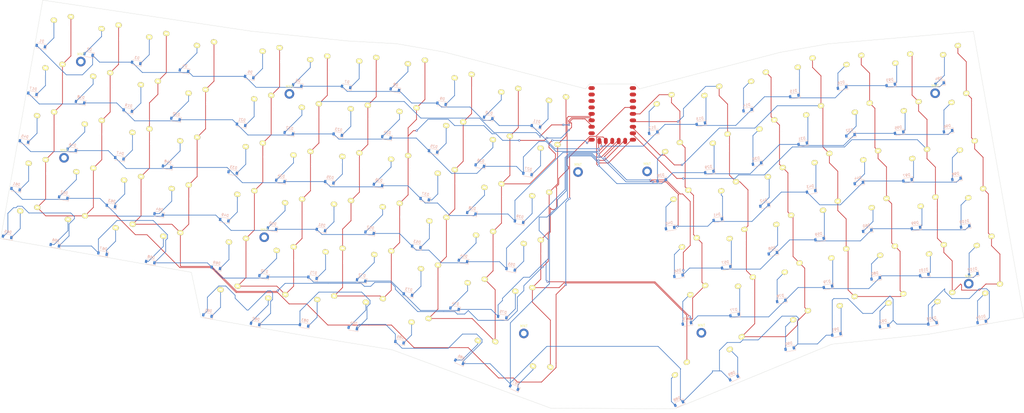
<source format=kicad_pcb>
(kicad_pcb (version 20211014) (generator pcbnew)
  (layers (0 "F.Cu" signal) (31 "B.Cu" signal) (34 "B.Paste" user) (35 "F.Paste" user) (36 "B.SilkS" user "B.Silkscreen") (37 "F.SilkS" user "F.Silkscreen") (38 "B.Mask" user) (39 "F.Mask" user) (44 "Edge.Cuts" user))
  (net 0 "")
  (net 1 "Net-(D1-Pad1)")
  (net 2 "ROW0")
  (net 3 "Net-(D2-Pad2)")
  (net 4 "Net-(D3-Pad1)")
  (net 5 "Net-(D4-Pad2)")
  (net 6 "Net-(D5-Pad1)")
  (net 7 "Net-(D6-Pad2)")
  (net 8 "Net-(D7-Pad1)")
  (net 9 "Net-(D8-Pad2)")
  (net 10 "Net-(D9-Pad1)")
  (net 11 "Net-(D10-Pad2)")
  (net 12 "Net-(D11-Pad1)")
  (net 13 "Net-(D12-Pad2)")
  (net 14 "Net-(D13-Pad1)")
  (net 15 "Net-(D14-Pad2)")
  (net 16 "Net-(D15-Pad1)")
  (net 17 "Net-(D16-Pad2)")
  (net 18 "Net-(D17-Pad1)")
  (net 19 "ROW1")
  (net 20 "Net-(D18-Pad2)")
  (net 21 "Net-(D19-Pad1)")
  (net 22 "Net-(D20-Pad2)")
  (net 23 "Net-(D21-Pad1)")
  (net 24 "Net-(D22-Pad2)")
  (net 25 "Net-(D23-Pad1)")
  (net 26 "Net-(D24-Pad2)")
  (net 27 "Net-(D25-Pad1)")
  (net 28 "Net-(D26-Pad2)")
  (net 29 "Net-(D27-Pad1)")
  (net 30 "Net-(D28-Pad2)")
  (net 31 "Net-(D29-Pad1)")
  (net 32 "Net-(D30-Pad2)")
  (net 33 "Net-(D31-Pad1)")
  (net 34 "Net-(D32-Pad2)")
  (net 35 "Net-(D33-Pad1)")
  (net 36 "ROW2")
  (net 37 "Net-(D34-Pad2)")
  (net 38 "Net-(D35-Pad1)")
  (net 39 "Net-(D36-Pad2)")
  (net 40 "Net-(D37-Pad1)")
  (net 41 "Net-(D38-Pad2)")
  (net 42 "Net-(D39-Pad1)")
  (net 43 "Net-(D40-Pad2)")
  (net 44 "Net-(D41-Pad1)")
  (net 45 "Net-(D42-Pad2)")
  (net 46 "Net-(D43-Pad1)")
  (net 47 "Net-(D44-Pad2)")
  (net 48 "Net-(D45-Pad1)")
  (net 49 "Net-(D46-Pad2)")
  (net 50 "Net-(D47-Pad1)")
  (net 51 "Net-(D48-Pad2)")
  (net 52 "Net-(D49-Pad1)")
  (net 53 "ROW3")
  (net 54 "Net-(D50-Pad2)")
  (net 55 "Net-(D51-Pad1)")
  (net 56 "Net-(D52-Pad2)")
  (net 57 "Net-(D53-Pad1)")
  (net 58 "Net-(D54-Pad2)")
  (net 59 "Net-(D55-Pad1)")
  (net 60 "Net-(D56-Pad2)")
  (net 61 "Net-(D57-Pad1)")
  (net 62 "Net-(D58-Pad2)")
  (net 63 "Net-(D59-Pad1)")
  (net 64 "Net-(D60-Pad2)")
  (net 65 "Net-(D61-Pad1)")
  (net 66 "Net-(D62-Pad2)")
  (net 67 "Net-(D63-Pad1)")
  (net 68 "Net-(D64-Pad2)")
  (net 69 "Net-(D65-Pad1)")
  (net 70 "ROW4")
  (net 71 "Net-(D66-Pad2)")
  (net 72 "Net-(D67-Pad1)")
  (net 73 "Net-(D68-Pad2)")
  (net 74 "Net-(D69-Pad1)")
  (net 75 "Net-(D70-Pad2)")
  (net 76 "Net-(D71-Pad1)")
  (net 77 "Net-(D72-Pad2)")
  (net 78 "Net-(D73-Pad1)")
  (net 79 "Net-(D74-Pad2)")
  (net 80 "Net-(D75-Pad1)")
  (net 81 "Net-(D76-Pad2)")
  (net 82 "Net-(D77-Pad1)")
  (net 83 "Net-(D78-Pad2)")
  (net 84 "Net-(D79-Pad1)")
  (net 85 "Net-(D80-Pad2)")
  (net 86 "Net-(D81-Pad1)")
  (net 87 "ROW5")
  (net 88 "Net-(D82-Pad2)")
  (net 89 "Net-(D83-Pad1)")
  (net 90 "Net-(D85-Pad1)")
  (net 91 "Net-(D86-Pad2)")
  (net 92 "Net-(D87-Pad1)")
  (net 93 "Net-(D88-Pad2)")
  (net 94 "Net-(D89-Pad1)")
  (net 95 "Net-(D90-Pad2)")
  (net 96 "Net-(D91-Pad1)")
  (net 97 "Net-(D92-Pad2)")
  (net 98 "COL0")
  (net 99 "COL1")
  (net 100 "COL3")
  (net 101 "COL4")
  (net 102 "COL5")
  (net 103 "COL6")
  (net 104 "COL7")
  (net 112 "Net-(D93-Pad1)")
  (net 113 "Net-(D94-Pad2)")
  (net 114 "Net-(D95-Pad1)")
  (net 115 "Net-(D96-Pad2)")
  (net 116 "Net-(D97-Pad1)")
  (net 117 "Net-(D98-Pad2)")
  (net 118 "Net-(D99-Pad1)")
  (net 119 "Net-(D100-Pad2)")
  (net 120 "Net-(D101-Pad1)")
  (net 121 "Net-(D103-Pad1)")
  (net 122 "Net-(D104-Pad2)")
  (net 123 "COL8")
  (net 125 "Net-(D84-Pad2)")
  (net 126 "Net-(D102-Pad2)")
  (net 127 "COL2")
  (footprint "kbd:CherryMX_1u" (layer "F.Cu") (at -55.814524 68.601503 -10)
    (fp_text reference "SW45" hide)
    (fp_text value "SW_PUSH" hide)
  )
  (footprint "kbd:CherryMX_1u" (layer "F.Cu") (at 90.060154 48.206932 -10)
    (fp_text reference "SW8" hide)
    (fp_text value "SW_PUSH" hide)
  )
  (footprint "kbd:CherryMX_1u" (layer "F.Cu") (at 3.775237 59.764908 -10)
    (fp_text reference "SW20" hide)
    (fp_text value "SW_PUSH" hide)
  )
  (footprint "kbd:CherryMX_1u" (layer "F.Cu") (at -43.669931 109.430676 -10)
    (fp_text reference "SW66" hide)
    (fp_text value "SW_PUSH" hide)
  )
  (footprint "kbd:CherryMX_1u" (layer "F.Cu") (at 232.546719 91.327441 10)
    (fp_text reference "SW42" hide)
    (fp_text value "SW_PUSH" hide)
  )
  (footprint "kbd:CherryMX_1u" (layer "F.Cu") (at 132.316007 137.675817 -10)
    (fp_text reference "SW75" hide)
    (fp_text value "SW_PUSH" hide)
  )
  (footprint "kbd:CherryMX_1u" (layer "F.Cu") (at 19.664267 118.328112 -10)
    (fp_text reference "SW69" hide)
    (fp_text value "SW_PUSH" hide)
  )
  (footprint "kbd:CherryMX_1u" (layer "F.Cu") (at 301.458247 43.325827 10)
    (fp_text reference "SW94" hide)
    (fp_text value "SW_PUSH" hide)
  )
  (footprint "kbd:CherryMX_1u" (layer "F.Cu") (at 7.083235 41.004321 -10)
    (fp_text reference "SW4" hide)
    (fp_text value "SW_PUSH" hide)
  )
  (footprint "kbd:CherryMX_1u" (layer "F.Cu") (at 217.885624 158.102668 25)
    (fp_text reference "SW89" hide)
    (fp_text value "SW_PUSH" hide)
  )
  (footprint "MountingHole:MountingHole_2.2mm_M2_DIN965_Pad_TopBottom" (layer "F.Cu") (at -41.91 44.196)
    (fp_text reference "MNT")
    (fp_text value "MountingHole_2.2mm_M2_DIN965_Pad_TopBottom")
  )
  (footprint "kbd:CherryMX_1u" (layer "F.Cu") (at -21.601346 93.978086 -10)
    (fp_text reference "SW63" hide)
    (fp_text value "SW_PUSH" hide)
  )
  (footprint "kbd:CherryMX_1u" (layer "F.Cu") (at 225.930723 53.806266 10)
    (fp_text reference "SW14" hide)
    (fp_text value "SW_PUSH" hide)
  )
  (footprint "kbd:CherryMX_1u" (layer "F.Cu") (at 311.382241 99.60759 10)
    (fp_text reference "SW100" hide)
    (fp_text value "SW_PUSH" hide)
  )
  (footprint "kbd:CherryMX_1u" (layer "F.Cu") (at 235.854717 110.088029 10)
    (fp_text reference "SW58" hide)
    (fp_text value "SW_PUSH" hide)
  )
  (footprint "kbd:CherryMX_1u" (layer "F.Cu") (at 210.875093 78.126122 10)
    (fp_text reference "SW29" hide)
    (fp_text value "SW_PUSH" hide)
  )
  (footprint "MountingHole:MountingHole_2.2mm_M2_DIN965_Pad_TopBottom" (layer "F.Cu") (at 30.226 113.284)
    (fp_text reference "MNT")
    (fp_text value "MountingHole_2.2mm_M2_DIN965_Pad_TopBottom")
  )
  (footprint "mcu:rp2040-zero-smd-no-cut" (layer "F.Cu") (at 167.132 64.77)
    (fp_text reference "U1" hide)
    (fp_text value "rp2040-zero" hide)
  )
  (footprint "kbd:CherryMX_1u" (layer "F.Cu") (at 113.555419 134.367819 -10)
    (fp_text reference "SW74" hide)
    (fp_text value "SW_PUSH" hide)
  )
  (footprint "kbd:CherryMX_1u" (layer "F.Cu") (at 220.799087 134.407885 10)
    (fp_text reference "SW77" hide)
    (fp_text value "SW_PUSH" hide)
  )
  (footprint "kbd:CherryMX_1u" (layer "F.Cu") (at 116.633881 157.865369 -25)
    (fp_text reference "SW86" hide)
    (fp_text value "SW_PUSH" hide)
  )
  (footprint "kbd:CherryMX_1u" (layer "F.Cu") (at -30.43794 34.388325 -10)
    (fp_text reference "SW2" hide)
    (fp_text value "SW_PUSH" hide)
  )
  (footprint "kbd:CherryMX_1u" (layer "F.Cu") (at 145.547998 62.633466 -10)
    (fp_text reference "SW11" hide)
    (fp_text value "SW_PUSH" hide)
  )
  (footprint "kbd:CherryMX_1u" (layer "F.Cu") (at 95.191791 128.808551 -10)
    (fp_text reference "SW73" hide)
    (fp_text value "SW_PUSH" hide)
  )
  (footprint "kbd:CherryMX_1u" (layer "F.Cu") (at 26.280263 80.806937 -10)
    (fp_text reference "SW33" hide)
    (fp_text value "SW_PUSH" hide)
  )
  (footprint "kbd:CherryMX_1u" (layer "F.Cu") (at -11.677353 37.696323 -10)
    (fp_text reference "SW3" hide)
    (fp_text value "SW_PUSH" hide)
  )
  (footprint "kbd:CherryMX_1u" (layer "F.Cu") (at 195.422503 100.194707 10)
    (fp_text reference "SW40" hide)
    (fp_text value "SW_PUSH" hide)
  )
  (footprint "kbd:CherryMX_1u" (layer "F.Cu") (at 80.136161 104.488695 -10)
    (fp_text reference "SW52" hide)
    (fp_text value "SW_PUSH" hide)
  )
  (footprint "kbd:CherryMX_1u" (layer "F.Cu") (at 304.766245 62.086415 10)
    (fp_text reference "SW96" hide)
    (fp_text value "SW_PUSH" hide)
  )
  (footprint "kbd:CherryMX_1u" (layer "F.Cu") (at 247.602349 67.007585 10)
    (fp_text reference "SW31" hide)
    (fp_text value "SW_PUSH" hide)
  )
  (footprint "MountingHole:MountingHole_2.2mm_M2_DIN965_Pad_TopBottom" (layer "F.Cu") (at 153.67 87.63)
    (fp_text reference "MNT")
    (fp_text value "MountingHole_2.2mm_M2_DIN965_Pad_TopBottom")
  )
  (footprint "kbd:CherryMX_1u" (layer "F.Cu") (at 254.218345 104.52876 10)
    (fp_text reference "SW59" hide)
    (fp_text value "SW_PUSH" hide)
  )
  (footprint "kbd:CherryMX_1u" (layer "F.Cu") (at 16.35627 137.0887 -10)
    (fp_text reference "SW81" hide)
    (fp_text value "SW_PUSH" hide)
  )
  (footprint "kbd:CherryMX_1u" (layer "F.Cu") (at 70.902607 47.150204 -10)
    (fp_text reference "SW7" hide)
    (fp_text value "SW_PUSH" hide)
  )
  (footprint "kbd:CherryMX_1u" (layer "F.Cu") (at -33.745938 53.148913 -10)
    (fp_text reference "SW18" hide)
    (fp_text value "SW_PUSH" hide)
  )
  (footprint "kbd:CherryMX_1u" (layer "F.Cu") (at 126.78741 59.325468 -10)
    (fp_text reference "SW10" hide)
    (fp_text value "SW_PUSH" hide)
  )
  (footprint "kbd:CherryMX_1u" (layer "F.Cu") (at 257.526343 123.289348 10)
    (fp_text reference "SW79" hide)
    (fp_text value "SW_PUSH" hide)
  )
  (footprint "kbd:CherryMX_1u" (layer "F.Cu") (at 101.807787 91.287375 -10)
    (fp_text reference "SW37" hide)
    (fp_text value "SW_PUSH" hide)
  )
  (footprint "kbd:CherryMX_1u" (layer "F.Cu") (at 239.162715 128.848616 10)
    (fp_text reference "SW78" hide)
    (fp_text value "SW_PUSH" hide)
  )
  (footprint "kbd:CherryMX_1u" (layer "F.Cu") (at 250.910347 85.768173 10)
    (fp_text reference "SW43" hide)
    (fp_text value "SW_PUSH" hide)
  )
  (footprint "kbd:CherryMX_1u" (layer "F.Cu") (at 214.183091 96.886709 10)
    (fp_text reference "SW41" hide)
    (fp_text value "SW_PUSH" hide)
  )
  (footprint "kbd:CherryMX_1u" (layer "F.Cu") (at 295.929651 121.676176 10)
    (fp_text reference "SW101" hide)
    (fp_text value "SW_PUSH" hide)
  )
  (footprint "kbd:CherryMX_1u" (layer "F.Cu") (at 263.451899 47.19027 10)
    (fp_text reference "SW16" hide)
    (fp_text value "SW_PUSH" hide)
  )
  (footprint "MountingHole:MountingHole_2.2mm_M2_DIN965_Pad_TopBottom" (layer "F.Cu") (at 307.34 131.572)
    (fp_text reference "MNT")
    (fp_text value "MountingHole_2.2mm_M2_DIN965_Pad_TopBottom")
  )
  (footprint "kbd:CherryMX_1u" (layer "F.Cu") (at 142.24 81.394054 -10)
    (fp_text reference "SW27" hide)
    (fp_text value "SW_PUSH" hide)
  )
  (footprint "kbd:CherryMX_1u" (layer "F.Cu") (at 67.594609 65.910792 -10)
    (fp_text reference "SW23" hide)
    (fp_text value "SW_PUSH" hide)
  )
  (footprint "kbd:CherryMX_1u" (layer "F.Cu") (at -24.909344 112.738674 -10)
    (fp_text reference "SW67" hide)
    (fp_text value "SW_PUSH" hide)
  )
  (footprint "kbd:CherryMX_1u" (layer "F.Cu") (at 32.896259 43.285762 -10)
    (fp_text reference "SW5" hide)
    (fp_text value "SW_PUSH" hide)
  )
  (footprint "kbd:CherryMX_1u" (layer "F.Cu") (at 286.005657 65.394413 10)
    (fp_text reference "SW95" hide)
    (fp_text value "SW_PUSH" hide)
  )
  (footprint "MountingHole:MountingHole_2.2mm_M2_DIN965_Pad_TopBottom" (layer "F.Cu") (at 132.334 151.13)
    (fp_text reference "MNT")
    (fp_text value "MountingHole_2.2mm_M2_DIN965_Pad_TopBottom")
  )
  (footprint "kbd:CherryMX_1u" (layer "F.Cu") (at 138.932002 100.154641 -10)
    (fp_text reference "SW39" hide)
    (fp_text value "SW_PUSH" hide)
  )
  (footprint "kbd:CherryMX_1u" (layer "F.Cu") (at 29.588261 62.046349 -10)
    (fp_text reference "SW21" hide)
    (fp_text value "SW_PUSH" hide)
  )
  (footprint "kbd:CherryMX_1u" (layer "F.Cu") (at 260.83434 142.049936 10)
    (fp_text reference "SW91" hide)
    (fp_text value "SW_PUSH" hide)
  )
  (footprint "kbd:CherryMX_1u" (layer "F.Cu") (at -62.430519 106.122678 -10)
    (fp_text reference "SW65" hide)
    (fp_text value "SW_PUSH" hide)
  )
  (footprint "MountingHole:MountingHole_2.2mm_M2_DIN965_Pad_TopBottom" (layer "F.Cu") (at 40.132 56.896)
    (fp_text reference "MNT")
    (fp_text value "MountingHole_2.2mm_M2_DIN965_Pad_TopBottom")
  )
  (footprint "kbd:CherryMX_1u" (layer "F.Cu") (at 308.074243 80.847003 10)
    (fp_text reference "SW98" hide)
    (fp_text value "SW_PUSH" hide)
  )
  (footprint "kbd:CherryMX_1u" (layer "F.Cu") (at 299.237648 140.436764 10)
    (fp_text reference "SW103" hide)
    (fp_text value "SW_PUSH" hide)
  )
  (footprint "kbd:CherryMX_1u" (layer "F.Cu") (at 35.116857 140.396698 -10)
    (fp_text reference "SW82" hide)
    (fp_text value "SW_PUSH" hide)
  )
  (footprint "kbd:CherryMX_1u" (layer "F.Cu") (at 83.444159 85.728107 -10)
    (fp_text reference "SW36" hide)
    (fp_text value "SW_PUSH" hide)
  )
  (footprint "kbd:CherryMX_1u" (layer "F.Cu") (at 54.362618 140.953143 -10)
    (fp_text reference "SW83" hide)
    (fp_text value "SW_PUSH" hide)
  )
  (footprint "kbd:CherryMX_1u" (layer "F.Cu") (at 289.313655 84.155 10)
    (fp_text reference "SW97" hide)
    (fp_text value "SW_PUSH" hide)
  )
  (footprint "kbd:CherryMX_1u" (layer "F.Cu") (at 279.991888 140.993208 10)
    (fp_text reference "SW92" hide)
    (fp_text value "SW_PUSH" hide)
  )
  (footprint "MountingHole:MountingHole_2.2mm_M2_DIN965_Pad_TopBottom" (layer "F.Cu") (at 180.848 87.376)
    (fp_text reference "MNT")
    (fp_text value "MountingHole_2.2mm_M2_DIN965_Pad_TopBottom")
  )
  (footprint "kbd:CherryMX_1u" (layer "F.Cu") (at 138.338168 167.882461 -25)
    (fp_text reference "SW87" hide)
    (fp_text value "SW_PUSH" hide)
  )
  (footprint "kbd:CherryMX_1u" (layer "F.Cu") (at 41.732853 102.875522 -10)
    (fp_text reference "SW50" hide)
    (fp_text value "SW_PUSH" hide)
  )
  (footprint "kbd:CherryMX_1u" (layer "F.Cu") (at 266.759897 65.950858 10)
    (fp_text reference "SW32" hide)
    (fp_text value "SW_PUSH" hide)
  )
  (footprint "kbd:CherryMX_1u" (layer "F.Cu") (at 282.69766 46.633825 10)
    (fp_text reference "SW93" hide)
    (fp_text value "SW_PUSH" hide)
  )
  (footprint "kbd:CherryMX_1u" (layer "F.Cu") (at 135.624005 118.915229 -10)
    (fp_text reference "SW55" hide)
    (fp_text value "SW_PUSH" hide)
  )
  (footprint "kbd:CherryMX_1u" (layer "F.Cu") (at 51.656846 46.593759 -10)
    (fp_text reference "SW6" hide)
    (fp_text value "SW_PUSH" hide)
  )
  (footprint "MountingHole:MountingHole_2.2mm_M2_DIN965_Pad_TopBottom" (layer "F.Cu") (at 202.184 150.876)
    (fp_text reference "MNT")
    (fp_text value "MountingHole_2.2mm_M2_DIN965_Pad_TopBottom")
  )
  (footprint "kbd:CherryMX_1u" (layer "F.Cu") (at 317.998236 137.128766 10)
    (fp_text reference "SW104" hide)
    (fp_text value "SW_PUSH" hide)
  )
  (footprint "kbd:CherryMX_1u" (layer "F.Cu") (at 270.067894 84.711445 10)
    (fp_text reference "SW44" hide)
    (fp_text value "SW_PUSH" hide)
  )
  (footprint "kbd:CherryMX_1u" (layer "F.Cu") (at -18.293348 75.217498 -10)
    (fp_text reference "SW47" hide)
    (fp_text value "SW_PUSH" hide)
  )
  (footprint "kbd:CherryMX_1u" (layer "F.Cu") (at 207.567095 59.365534 10)
    (fp_text reference "SW13" hide)
    (fp_text value "SW_PUSH" hide)
  )
  (footprint "kbd:CherryMX_1u" (layer "F.Cu") (at 48.348849 65.354347 -10)
    (fp_text reference "SW22" hide)
    (fp_text value "SW_PUSH" hide)
  )
  (footprint "kbd:CherryMX_1u" (layer "F.Cu") (at -2.840758 97.286084 -10)
    (fp_text reference "SW64" hide)
    (fp_text value "SW_PUSH" hide)
  )
  (footprint "kbd:CherryMX_1u" (layer "F.Cu") (at 120.171415 96.846644 -10)
    (fp_text reference "SW38" hide)
    (fp_text value "SW_PUSH" hide)
  )
  (footprint "kbd:CherryMX_1u" (layer "F.Cu") (at 188.806508 62.673532 10)
    (fp_text reference "SW12" hide)
    (fp_text value "SW_PUSH" hide)
  )
  (footprint "kbd:CherryMX_1u" (layer "F.Cu") (at 123.479413 78.086056 -10)
    (fp_text reference "SW26" hide)
    (fp_text value "SW_PUSH" hide)
  )
  (footprint "kbd:CherryMX_1u" (layer "F.Cu") (at 105.115785 72.526788 -10)
    (fp_text reference "SW25" hide)
    (fp_text value "SW_PUSH" hide)
  )
  (footprint "kbd:CherryMX_1u" (layer "F.Cu") (at -59.122521 87.36209 -10)
    (fp_text reference "SW61" hide)
    (fp_text value "SW_PUSH" hide)
  )
  (footprint "kbd:CherryMX_1u" (layer "F.Cu") (at 98.499789 110.047963 -10)
    (fp_text reference "SW53" hide)
    (fp_text value "SW_PUSH" hide)
  )
  (footprint "kbd:CherryMX_1u" (layer "F.Cu") (at 108.423782 53.7662 -10)
    (fp_text reference "SW9" hide)
    (fp_text value "SW_PUSH" hide)
  )
  (footprint "kbd:CherryMX_1u" (layer "F.Cu") (at -49.198528 31.080327 -10)
    (fp_text reference "SW1" hide)
    (fp_text value "SW_PUSH" hide)
  )
  (footprint "kbd:CherryMX_1u" (layer "F.Cu") (at 22.972265 99.567525 -10)
    (fp_text reference "SW49" hide)
    (fp_text value "SW_PUSH" hide)
  )
  (footprint "kbd:CherryMX_1u" (layer "F.Cu") (at 86.752157 66.967519 -10)
    (fp_text reference "SW24" hide)
    (fp_text value "SW_PUSH" hide)
  )
  (footprint "kbd:CherryMX_1u" (layer "F.Cu") (at 192.114506 81.434119 10)
    (fp_text reference "SW28" hide)
    (fp_text value "SW_PUSH" hide)
  )
  (footprint "kbd:CherryMX_1u" (layer "F.Cu") (at 314.690238 118.368178 10)
    (fp_text reference "SW102" hide)
    (fp_text value "SW_PUSH" hide)
  )
  (footprint "kbd:CherryMX_1u" (layer "F.Cu") (at -14.98535 56.45691 -10)
    (fp_text reference "SW19" hide)
    (fp_text value "SW_PUSH" hide)
  )
  (footprint "kbd:CherryMX_1u" (layer "F.Cu") (at -52.506526 49.840915 -10)
    (fp_text reference "SW17" hide)
    (fp_text value "SW_PUSH" hide)
  )
  (footprint "kbd:CherryMX_1u" (layer "F.Cu") (at 244.294351 48.246997 10)
    (fp_text reference "SW15" hide)
    (fp_text value "SW_PUSH" hide)
  )
  (footprint "MountingHole:MountingHole_2.2mm_M2_DIN965_Pad_TopBottom" (layer "F.Cu") (at -48.514 82.042)
    (fp_text reference "MNT")
    (fp_text value "MountingHole_2.2mm_M2_DIN965_Pad_TopBottom")
  )
  (footprint "kbd:CherryMX_1u" (layer "F.Cu") (at 73.520165 142.00987 -10)
    (fp_text reference "SW84" hide)
    (fp_text value "SW_PUSH" hide)
  )
  (footprint "kbd:CherryMX_1u" (layer "F.Cu") (at 76.828163 123.249282 -10)
    (fp_text reference "SW72" hide)
    (fp_text value "SW_PUSH" hide)
  )
  (footprint "MountingHole:MountingHole_2.2mm_M2_DIN965_Pad_TopBottom" (layer "F.Cu") (at 294.132 56.642)
    (fp_text reference "MNT")
    (fp_text value "MountingHole_2.2mm_M2_DIN965_Pad_TopBottom")
  )
  (footprint "kbd:CherryMX_1u" (layer "F.Cu") (at -6.148756 116.046671 -10)
    (fp_text reference "SW68" hide)
    (fp_text value "SW_PUSH" hide)
  )
  (footprint "kbd:CherryMX_1u" (layer "F.Cu") (at -40.361934 90.670088 -10)
    (fp_text reference "SW62" hide)
    (fp_text value "SW_PUSH" hide)
  )
  (footprint "kbd:CherryMX_1u" (layer "F.Cu") (at 217.491089 115.647297 10)
    (fp_text reference "SW57" hide)
    (fp_text value "SW_PUSH" hide)
  )
  (footprint "kbd:CherryMX_1u" (layer "F.Cu") (at 116.863417 115.607231 -10)
    (fp_text reference "SW54" hide)
    (fp_text value "SW_PUSH" hide)
  )
  (footprint "kbd:CherryMX_1u" (layer "F.Cu") (at 198.730501 118.955295 10)
    (fp_text reference "SW56" hide)
    (fp_text value "SW_PUSH" hide)
  )
  (footprint "kbd:CherryMX_1u" (layer "F.Cu") (at 91.486834 149.820409 -10)
    (fp_text reference "SW85" hide)
    (fp_text value "SW_PUSH" hide)
  )
  (footprint "kbd:CherryMX_1u" (layer "F.Cu") (at 292.621653 102.915588 10)
    (fp_text reference "SW99" hide)
    (fp_text value "SW_PUSH" hide)
  )
  (footprint "kbd:CherryMX_1u" (layer "F.Cu") (at 60.978614 103.431967 -10)
    (fp_text reference "SW51" hide)
    (fp_text value "SW_PUSH" hide)
  )
  (footprint "kbd:CherryMX_1u" (layer "F.Cu") (at 45.040851 84.114935 -10)
    (fp_text reference "SW34" hide)
    (fp_text value "SW_PUSH" hide)
  )
  (footprint "kbd:CherryMX_1u" (layer "F.Cu") (at 196.310585 168.128561 25)
    (fp_text reference "SW88" hide)
    (fp_text value "SW_PUSH" hide)
  )
  (footprint "kbd:CherryMX_1u" (layer "F.Cu") (at 229.238721 72.566853 10)
    (fp_text reference "SW30" hide)
    (fp_text value "SW_PUSH" hide)
  )
  (footprint "kbd:CherryMX_1u" (layer "F.Cu") (at 202.038499 137.715882 10)
    (fp_text reference "SW76" hide)
    (fp_text value "SW_PUSH" hide)
  )
  (footprint "kbd:CherryMX_1u" (layer "F.Cu") (at 0.467239 78.525496 -10)
    (fp_text reference "SW48" hide)
    (fp_text value "SW_PUSH" hide)
  )
  (footprint "kbd:CherryMX_1u" (layer "F.Cu") (at 273.375892 103.472033 10)
    (fp_text reference "SW60" hide)
    (fp_text value "SW_PUSH" hide)
  )
  (footprint "kbd:CherryMX_1u" (layer "F.Cu") (at 57.670616 122.192555 -10)
    (fp_text reference "SW71" hide)
    (fp_text value "SW_PUSH" hide)
  )
  (footprint "kbd:CherryMX_1u" (layer "F.Cu") (at -37.053936 71.9095 -10)
    (fp_text reference "SW46" hide)
    (fp_text value "SW_PUSH" hide)
  )
  (footprint "kbd:CherryMX_1u" (layer "F.Cu") (at 38.424855 121.63611 -10)
    (fp_text reference "SW70" hide)
    (fp_text value "SW_PUSH" hide)
  )
  (footprint "kbd:CherryMX_1u" (layer "F.Cu") (at 242.470712 147.609204 10)
    (fp_text reference "SW90" hide)
    (fp_text value "SW_PUSH" hide)
  )
  (footprint "kbd:CherryMX_1u" (layer "F.Cu") (at 276.68389 122.232621 10)
    (fp_text reference "SW80" hide)
    (fp_text value "SW_PUSH" hide)
  )
  (footprint "kbd:CherryMX_1u" (layer "F.Cu") (at 64.286611 84.67138 -10)
    (fp_text reference "SW35" hide)
    (fp_text value "SW_PUSH" hide)
  )
  (footprint "Diode_SMD:D_SOD-123" (layer "B.Cu") (at 230.306283 119.577673 -170)
    (fp_text reference "D58")
    (fp_text value "DIODE")
  )
  (footprint "Diode_SMD:D_SOD-123" (layer "B.Cu") (at 270.738496 129.470995 -170)
    (fp_text reference "D80")
    (fp_text value "DIODE")
  )
  (footprint "Diode_SMD:D_SOD-123" (layer "B.Cu") (at 130.472531 107.174314 170)
    (fp_text reference "D39")
    (fp_text value "DIODE")
  )
  (footprint "Diode_SMD:D_SOD-123" (layer "B.Cu") (at 127.164533 125.934902 170)
    (fp_text reference "D55")
    (fp_text value "DIODE")
  )
  (footprint "Diode_SMD:D_SOD-123" (layer "B.Cu") (at 193.407311 178.730894 -155)
    (fp_text reference "D88")
    (fp_text value "DIODE")
  )
  (footprint "Diode_SMD:D_SOD-123" (layer "B.Cu") (at 43.197375 53.613432 170)
    (fp_text reference "D6")
    (fp_text value "DIODE")
  )
  (footprint "Diode_SMD:D_SOD-123" (layer "B.Cu") (at 264.122501 91.949819 -170)
    (fp_text reference "D44")
    (fp_text value "DIODE")
  )
  (footprint "Diode_SMD:D_SOD-123" (layer "B.Cu") (at 137.088526 69.653139 170)
    (fp_text reference "D11")
    (fp_text value "DIODE")
  )
  (footprint "Diode_SMD:D_SOD-123" (layer "B.Cu") (at -64.273995 75.621175 170)
    (fp_text reference "D45")
    (fp_text value "DIODE")
  )
  (footprint "Diode_SMD:D_SOD-123" (layer "B.Cu") (at -45.513408 78.929173 170)
    (fp_text reference "D46")
    (fp_text value "DIODE")
  )
  (footprint "Diode_SMD:D_SOD-123" (layer "B.Cu") (at 71.676689 111.508367 170)
    (fp_text reference "D52")
    (fp_text value "DIODE")
  )
  (footprint "Diode_SMD:D_SOD-123" (layer "B.Cu") (at 286.588046 109.65368 -170)
    (fp_text reference "D99")
    (fp_text value "DIODE")
  )
  (footprint "Diode_SMD:D_SOD-123" (layer "B.Cu") (at 293.077986 147.197082 -170)
    (fp_text reference "D103")
    (fp_text value "DIODE")
  )
  (footprint "Diode_SMD:D_SOD-123" (layer "B.Cu") (at 33.273381 109.895195 170)
    (fp_text reference "D50")
    (fp_text value "DIODE")
  )
  (footprint "Diode_SMD:D_SOD-123" (layer "B.Cu") (at 267.430499 110.710407 -170)
    (fp_text reference "D60")
    (fp_text value "DIODE")
  )
  (footprint "Diode_SMD:D_SOD-123" (layer "B.Cu") (at 242.053915 76.497229 -170)
    (fp_text reference "D31")
    (fp_text value "DIODE")
  )
  (footprint "Diode_SMD:D_SOD-123" (layer "B.Cu") (at 257.506505 54.428644 -170)
    (fp_text reference "D16")
    (fp_text value "DIODE")
  )
  (footprint "Diode_SMD:D_SOD-123" (layer "B.Cu") (at 226.998285 100.817085 -170)
    (fp_text reference "D42")
    (fp_text value "DIODE")
  )
  (footprint "Diode_SMD:D_SOD-123" (layer "B.Cu") (at 283.280048 90.893092 -170)
    (fp_text reference "D97")
    (fp_text value "DIODE")
  )
  (footprint "Diode_SMD:D_SOD-123" (layer "B.Cu") (at 196.490065 147.205527 -170)
    (fp_text reference "D76")
    (fp_text value "DIODE")
  )
  (footprint "Diode_SMD:D_SOD-123" (layer "B.Cu") (at 118.327939 66.345141 170)
    (fp_text reference "D10")
    (fp_text value "DIODE")
  )
  (footprint "Diode_SMD:D_SOD-123" (layer "B.Cu") (at 133.780528 88.413726 170)
    (fp_text reference "D27")
    (fp_text value "DIODE")
  )
  (footprint "Diode_SMD:D_SOD-123" (layer "B.Cu") (at -42.20541 60.168585 170)
    (fp_text reference "D18")
    (fp_text value "DIODE")
  )
  (footprint "Diode_SMD:D_SOD-123" (layer "B.Cu") (at -1.33213 47.773852 170)
    (fp_text reference "D4")
    (fp_text value "DIODE")
  )
  (footprint "Diode_SMD:D_SOD-123" (layer "B.Cu") (at 108.403945 122.626904 170)
    (fp_text reference "D54")
    (fp_text value "DIODE")
  )
  (footprint "Diode_SMD:D_SOD-123" (layer "B.Cu") (at 45.903146 147.972815 170)
    (fp_text reference "D83")
    (fp_text value "DIODE")
  )
  (footprint "Diode_SMD:D_SOD-123" (layer "B.Cu") (at 26.657386 147.416371 170)
    (fp_text reference "D82")
    (fp_text value "DIODE")
  )
  (footprint "Diode_SMD:D_SOD-123" (layer "B.Cu") (at 276.664053 53.371917 -170)
    (fp_text reference "D93")
    (fp_text value "DIODE")
  )
  (footprint "Diode_SMD:D_SOD-123" (layer "B.Cu") (at 86.732319 135.828223 170)
    (fp_text reference "D73")
    (fp_text value "DIODE")
  )
  (footprint "Diode_SMD:D_SOD-123" (layer "B.Cu") (at 214.982349 168.705001 -155)
    (fp_text reference "D89")
    (fp_text value "DIODE")
  )
  (footprint "Diode_SMD:D_SOD-123" (layer "B.Cu") (at 201.974555 68.605037 -170)
    (fp_text reference "D13")
    (fp_text value "DIODE")
  )
  (footprint "Diode_SMD:D_SOD-123" (layer "B.Cu") (at 93.348315 98.307048 170)
    (fp_text reference "D37")
    (fp_text value "DIODE")
  )
  (footprint "Diode_SMD:D_SOD-123" (layer "B.Cu") (at 302.525809 90.336647 -170)
    (fp_text reference "D98")
    (fp_text value "DIODE")
  )
  (footprint "Diode_SMD:D_SOD-123" (layer "B.Cu") (at 309.141805 127.857822 -170)
    (fp_text reference "D102")
    (fp_text value "DIODE")
  )
  (footprint "Diode_SMD:D_SOD-123" (layer "B.Cu") (at 11.204796 125.347785 170)
    (fp_text reference "D69")
    (fp_text value "DIODE")
  )
  (footprint "Diode_SMD:D_SOD-123" (layer "B.Cu") (at 289.851937 128.164126 -170)
    (fp_text reference "D101")
    (fp_text value "DIODE")
  )
  (footprint "Diode_SMD:D_SOD-123" (layer "B.Cu") (at 52.519142 110.45164 170)
    (fp_text reference "D51")
    (fp_text value "DIODE")
  )
  (footprint "Diode_SMD:D_SOD-123" (layer "B.Cu") (at 260.814503 73.189232 -170)
    (fp_text reference "D32")
    (fp_text value "DIODE")
  )
  (footprint "Diode_SMD:D_SOD-123" (layer "B.Cu") (at 36.581379 91.134607 170)
    (fp_text reference "D34")
    (fp_text value "DIODE")
  )
  (footprint "Diode_SMD:D_SOD-123" (layer "B.Cu") (at 7.896798 144.108373 170)
    (fp_text reference "D81")
    (fp_text value "DIODE")
  )
  (footprint "Diode_SMD:D_SOD-123" (layer "B.Cu") (at 215.250653 143.897529 -170)
    (fp_text reference "D77")
    (fp_text value "DIODE")
  )
  (footprint "Diode_SMD:D_SOD-123" (layer "B.Cu") (at 90.040317 117.067636 170)
    (fp_text reference "D53")
    (fp_text value "DIODE")
  )
  (footprint "Diode_SMD:D_SOD-123" (layer "B.Cu") (at 55.82714 91.691052 170)
    (fp_text reference "D35")
    (fp_text value "DIODE")
  )
  (footprint "Diode_SMD:D_SOD-123" (layer "B.Cu") (at 128.524 172.466 155)
    (fp_text reference "D87")
    (fp_text value "DIODE")
  )
  (footprint "Diode_SMD:D_SOD-123" (layer "B.Cu") (at -11.30023 104.305756 170)
    (fp_text reference "D64")
    (fp_text value "DIODE")
  )
  (footprint "Diode_SMD:D_SOD-123" (layer "B.Cu") (at -52.129403 116.450348 170)
    (fp_text reference "D66")
    (fp_text value "DIODE")
  )
  (footprint "Diode_SMD:D_SOD-123" (layer "B.Cu") (at -30.060818 100.997759 170)
    (fp_text reference "D63")
    (fp_text value "DIODE")
  )
  (footprint "Diode_SMD:D_SOD-123" (layer "B.Cu") (at 224.087247 84.307768 -170)
    (fp_text reference "D30")
    (fp_text value "DIODE")
  )
  (footprint "Diode_SMD:D_SOD-123" (layer "B.Cu") (at 193.182067 128.444939 -170)
    (fp_text reference "D56")
    (fp_text value "DIODE")
  )
  (footprint "Diode_SMD:D_SOD-123" (layer "B.Cu") (at 29.965383 128.655783 170)
    (fp_text reference "D70")
    (fp_text value "DIODE")
  )
  (footprint "Diode_SMD:D_SOD-123" (layer "B.Cu") (at 105.095947 141.387492 170)
    (fp_text reference "D74")
    (fp_text value "DIODE")
  )
  (footprint "Diode_SMD:D_SOD-123" (layer "B.Cu") (at 111.711943 103.866316 170)
    (fp_text reference "D38")
    (fp_text value "DIODE")
  )
  (footprint "Diode_SMD:D_SOD-123" (layer "B.Cu") (at 236.922279 157.098848 -170)
    (fp_text reference "D90")
    (fp_text value "DIODE")
  )
  (footprint "Diode_SMD:D_SOD-123" (layer "B.Cu") (at 115.019941 85.105729 170)
    (fp_text reference "D26")
    (fp_text value "DIODE")
  )
  (footprint "Diode_SMD:D_SOD-123" (layer "B.Cu") (at 83.424322 154.588811 170)
    (fp_text reference "D85")
    (fp_text value "DIODE")
  )
  (footprint "Diode_SMD:D_SOD-123" (layer "B.Cu") (at -48.821405 97.689761 170)
    (fp_text reference "D62")
    (fp_text value "DIODE")
  )
  (footprint "Diode_SMD:D_SOD-123" (layer "B.Cu") (at -7.992232 85.545169 170)
    (fp_text reference "D48")
    (fp_text value "DIODE")
  )
  (footprint "Diode_SMD:D_SOD-123" (layer "B.Cu") (at -20.136824 44.715995 170)
    (fp_text reference "D3")
    (fp_text value "DIODE")
  )
  (footprint "Diode_SMD:D_SOD-123" (layer "B.Cu") (at 251.977909 132.778992 -170)
    (fp_text reference "D79")
    (fp_text value "DIODE")
  )
  (footprint "Diode_SMD:D_SOD-123" (layer "B.Cu") (at 205.32666 87.615766 -170)
    (fp_text reference "D29")
    (fp_text value "DIODE")
  )
  (footprint "Diode_SMD:D_SOD-123" (layer "B.Cu") (at 21.128789 69.066022 170)
    (fp_text reference "D21")
    (fp_text value "DIODE")
  )
  (footprint "Diode_SMD:D_SOD-123" (layer "B.Cu") (at 24.310731 50.283207 170)
    (fp_text reference "D5")
    (fp_text value "DIODE")
  )
  (footprint "Diode_SMD:D_SOD-123" (layer "B.Cu") (at -67.581993 94.381763 170)
    (fp_text reference "D61")
    (fp_text value "DIODE")
  )
  (footprint "Diode_SMD:D_SOD-123" (layer "B.Cu") (at 183.258074 72.163176 -170)
    (fp_text reference "D12")
    (fp_text value "DIODE")
  )
  (footprint "Diode_SMD:D_SOD-123" (layer "B.Cu") (at -23.444822 63.476583 170)
    (fp_text reference "D19")
    (fp_text value "DIODE")
  )
  (footprint "Diode_SMD:D_SOD-123" (layer "B.Cu") (at 81.600683 55.226604 170)
    (fp_text reference "D8")
    (fp_text value "DIODE")
  )
  (footprint "Diode_SMD:D_SOD-123" (layer "B.Cu") (at -26.75282 82.237171 170)
    (fp_text reference "D47")
    (fp_text value "DIODE")
  )
  (footprint "Diode_SMD:D_SOD-123" (layer "B.Cu") (at -70.889991 113.142351 170)
    (fp_text reference "D65")
    (fp_text value "DIODE")
  )
  (footprint "Diode_SMD:D_SOD-123" (layer "B.Cu") (at 211.942655 125.136941 -170)
    (fp_text reference "D57")
    (fp_text value "DIODE")
  )
  (footprint "Diode_SMD:D_SOD-123" (layer "B.Cu") (at 295.909813 52.815472 -170)
    (fp_text reference "D94")
    (fp_text value "DIODE")
  )
  (footprint "Diode_SMD:D_SOD-123" (layer "B.Cu") (at 96.656313 79.54646 170)
    (fp_text reference "D25")
    (fp_text value "DIODE")
  )
  (footprint "Diode_SMD:D_SOD-123" (layer "B.Cu") (at -33.368816 119.758346 170)
    (fp_text reference "D67")
    (fp_text value "DIODE")
  )
  (footprint "Diode_SMD:D_SOD-123" (layer "B.Cu") (at 17.820791 87.82661 170)
    (fp_text reference "D33")
    (fp_text value "DIODE")
  )
  (footprint "Diode_SMD:D_SOD-123" (layer "B.Cu") (at 305.957893 109.075355 -170)
    (fp_text reference "D100")
    (fp_text value "DIODE")
  )
  (footprint "Diode_SMD:D_SOD-123" (layer "B.Cu") (at 248.669911 114.018405 -170)
    (fp_text reference "D59")
    (fp_text value "DIODE")
  )
  (footprint "Diode_SMD:D_SOD-123" (layer "B.Cu") (at 65.060694 149.029543 170)
    (fp_text reference "D84")
    (fp_text value "DIODE")
  )
  (footprint "Diode_SMD:D_SOD-123" (layer "B.Cu") (at 62.443135 54.169877 170)
    (fp_text reference "D7")
    (fp_text value "DIODE")
  )
  (footprint "Diode_SMD:D_SOD-123" (layer "B.Cu") (at 99.964311 60.785873 170)
    (fp_text reference "D9")
    (fp_text value "DIODE")
  )
  (footprint "Diode_SMD:D_SOD-123" (layer "B.Cu") (at 255.285907 151.53958 -170)
    (fp_text reference "D91")
    (fp_text value "DIODE")
  )
  (footprint "Diode_SMD:D_SOD-123" (layer "B.Cu") (at 274.046494 148.231582 -170)
    (fp_text reference "D92")
    (fp_text value "DIODE")
  )
  (footprint "Diode_SMD:D_SOD-123" (layer "B.Cu") (at -14.608228 123.066344 170)
    (fp_text reference "D68")
    (fp_text value "DIODE")
  )
  (footprint "Diode_SMD:D_SOD-123" (layer "B.Cu") (at 245.361913 95.257817 -170)
    (fp_text reference "D43")
    (fp_text value "DIODE")
  )
  (footprint "Diode_SMD:D_SOD-123" (layer "B.Cu") (at 14.512793 106.587197 170)
    (fp_text reference "D49")
    (fp_text value "DIODE")
  )
  (footprint "Diode_SMD:D_SOD-123" (layer "B.Cu") (at 68.368692 130.268955 170)
    (fp_text reference "D72")
    (fp_text value "DIODE")
  )
  (footprint "Diode_SMD:D_SOD-123" (layer "B.Cu") (at 233.614281 138.338261 -170)
    (fp_text reference "D78")
    (fp_text value "DIODE")
  )
  (footprint "Diode_SMD:D_SOD-123" (layer "B.Cu") (at 78.292685 73.987192 170)
    (fp_text reference "D24")
    (fp_text value "DIODE")
  )
  (footprint "Diode_SMD:D_SOD-123" (layer "B.Cu") (at 123.856535 144.695489 170)
    (fp_text reference "D75")
    (fp_text value "DIODE")
  )
  (footprint "Diode_SMD:D_SOD-123" (layer "B.Cu") (at 189.87407 109.684351 -170)
    (fp_text reference "D40")
    (fp_text value "DIODE")
  )
  (footprint "Diode_SMD:D_SOD-123" (layer "B.Cu") (at -57.658 38.1 170)
    (fp_text reference "D1")
    (fp_text value "DIODE")
  )
  (footprint "Diode_SMD:D_SOD-123" (layer "B.Cu") (at 74.984687 92.74778 170)
    (fp_text reference "D36")
    (fp_text value "DIODE")
  )
  (footprint "Diode_SMD:D_SOD-123" (layer "B.Cu") (at -60.965998 56.860588 170)
    (fp_text reference "D17")
    (fp_text value "DIODE")
  )
  (footprint "Diode_SMD:D_SOD-123" (layer "B.Cu") (at 299.217811 71.576059 -170)
    (fp_text reference "D96")
    (fp_text value "DIODE")
  )
  (footprint "Diode_SMD:D_SOD-123" (layer "B.Cu") (at 106.934 162.306 155)
    (fp_text reference "D86")
    (fp_text value "DIODE")
  )
  (footprint "Diode_SMD:D_SOD-123" (layer "B.Cu") (at 279.972051 72.132504 -170)
    (fp_text reference "D95")
    (fp_text value "DIODE")
  )
  (footprint "Diode_SMD:D_SOD-123" (layer "B.Cu") (at 39.889377 72.37402 170)
    (fp_text reference "D22")
    (fp_text value "DIODE")
  )
  (footprint "Diode_SMD:D_SOD-123" (layer "B.Cu") (at 208.634657 106.376354 -170)
    (fp_text reference "D41")
    (fp_text value "DIODE")
  )
  (footprint "Diode_SMD:D_SOD-123" (layer "B.Cu") (at -4.684234 66.784581 170)
    (fp_text reference "D20")
    (fp_text value "DIODE")
  )
  (footprint "Diode_SMD:D_SOD-123" (layer "B.Cu") (at 312.449802 146.61841 -170)
    (fp_text reference "D104")
    (fp_text value "DIODE")
  )
  (footprint "Diode_SMD:D_SOD-123" (layer "B.Cu") (at 49.211144 129.212228 170)
    (fp_text reference "D71")
    (fp_text value "DIODE")
  )
  (footprint "Diode_SMD:D_SOD-123" (layer "B.Cu") (at -38.897412 41.407998 170)
    (fp_text reference "D2")
    (fp_text value "DIODE")
  )
  (footprint "Diode_SMD:D_SOD-123" (layer "B.Cu") (at 220.38229 63.29591 -170)
    (fp_text reference "D14")
    (fp_text value "DIODE")
  )
  (footprint "Diode_SMD:D_SOD-123" (layer "B.Cu") (at 186.566072 90.923764 -170)
    (fp_text reference "D28")
    (fp_text value "DIODE")
  )
  (footprint "Diode_SMD:D_SOD-123" (layer "B.Cu") (at 238.745918 57.736642 -170)
    (fp_text reference "D15")
    (fp_text value "DIODE")
  )
  (footprint "Diode_SMD:D_SOD-123" (layer "B.Cu") (at 59.135137 72.930465 170)
    (fp_text reference "D23")
    (fp_text value "DIODE")
  )
  (gr_line (start -56.89 20.03) (end -73.46 113.82) (layer "Edge.Cuts") (width 0.1))
  (gr_line (start 156.62 54.9) (end 101.11 40.46) (layer "Edge.Cuts") (width 0.1))
  (gr_line (start 25.16 32.25) (end -56.89 20.03) (layer "Edge.Cuts") (width 0.1))
  (gr_line (start 309.2 32.3) (end 252.03 37.21) (layer "Edge.Cuts") (width 0.1))
  (gr_line (start 158.16 53.02) (end 156.62 54.9) (layer "Edge.Cuts") (width 0.1))
  (gr_line (start 142.93 180.53) (end 191.72 180.78) (layer "Edge.Cuts") (width 0.1))
  (gr_line (start 82.33 37.16) (end 63.17 36.09) (layer "Edge.Cuts") (width 0.1))
  (gr_line (start 176.13 53.01) (end 158.16 53.02) (layer "Edge.Cuts") (width 0.1))
  (gr_line (start 233.26 40.54) (end 177.78 54.93) (layer "Edge.Cuts") (width 0.1))
  (gr_line (start 329.05 144.86) (end 309.2 32.3) (layer "Edge.Cuts") (width 0.1))
  (gr_line (start 1.57 127.09) (end 5.33 144.81) (layer "Edge.Cuts") (width 0.1))
  (gr_line (start -73.46 113.82) (end 1.57 127.09) (layer "Edge.Cuts") (width 0.1))
  (gr_line (start 63.17 36.09) (end 25.16 32.25) (layer "Edge.Cuts") (width 0.1))
  (gr_line (start 191.72 180.78) (end 253.52 155.35) (layer "Edge.Cuts") (width 0.1))
  (gr_line (start 177.78 54.93) (end 176.13 53.01) (layer "Edge.Cuts") (width 0.1))
  (gr_line (start 42.84 151.43) (end 80.5 157.54) (layer "Edge.Cuts") (width 0.1))
  (gr_line (start 80.5 157.54) (end 142.93 180.53) (layer "Edge.Cuts") (width 0.1))
  (gr_line (start 5.33 144.81) (end 42.84 151.43) (layer "Edge.Cuts") (width 0.1))
  (gr_line (start 252.03 37.21) (end 233.26 40.54) (layer "Edge.Cuts") (width 0.1))
  (gr_line (start 291.52 151.46) (end 329.05 144.86) (layer "Edge.Cuts") (width 0.1))
  (gr_line (start 101.11 40.46) (end 82.33 37.16) (layer "Edge.Cuts") (width 0.1))
  (gr_line (start 253.52 155.35) (end 291.52 151.46) (layer "Edge.Cuts") (width 0.1))
  (segment (start -52.509579 27.917316) (end -52.509579 34.863031) (width 0.25) (layer "B.Cu") (net 1))
  (segment (start -52.509579 34.863031) (end -56.033067 38.386519) (width 0.25) (layer "B.Cu") (net 1))
  (segment (start 162.052 74.93) (end 162.814008 75.692008) (width 0.25) (layer "F.Cu") (net 2))
  (segment (start 161.798 78.486) (end 161.798 75.184) (width 0.25) (layer "F.Cu") (net 2))
  (segment (start 161.798 75.184) (end 162.052 74.93) (width 0.25) (layer "F.Cu") (net 2))
  (segment (start 162.814008 75.692008) (end 162.814008 77.470008) (width 0.25) (layer "F.Cu") (net 2))
  (via (at 161.798 78.486) (size 0.8) (drill 0.4) (layers "F.Cu" "B.Cu") (net 2))
  (via (at 162.814008 77.470008) (size 0.8) (drill 0.4) (layers "F.Cu" "B.Cu") (net 2))
  (segment (start 62.868475 55.933631) (end 82.805108 55.933631) (width 0.25) (layer "B.Cu") (net 2))
  (segment (start -48.768 48.26) (end -48.836414 48.26) (width 0.25) (layer "B.Cu") (net 2))
  (segment (start -47.629473 49.398527) (end -48.768 48.26) (width 0.25) (layer "B.Cu") (net 2))
  (segment (start 60.818202 53.883358) (end 62.868475 55.933631) (width 0.25) (layer "B.Cu") (net 2))
  (segment (start -0.127705 48.480879) (end 0.292803 48.060371) (width 0.25) (layer "B.Cu") (net 2))
  (segment (start 200.349622 68.891556) (end 200.77013 69.312064) (width 0.25) (layer "B.Cu") (net 2))
  (segment (start -34.53752 44.429476) (end -21.761757 44.429476) (width 0.25) (layer "B.Cu") (net 2))
  (segment (start -21.761757 44.429476) (end -17.710354 48.480879) (width 0.25) (layer "B.Cu") (net 2))
  (segment (start 237.120985 58.023161) (end 237.541493 58.443669) (width 0.25) (layer "B.Cu") (net 2))
  (segment (start 2.22912 49.996688) (end 22.685798 49.996688) (width 0.25) (layer "B.Cu") (net 2))
  (segment (start 275.476221 54.095537) (end 295.968162 54.095537) (width 0.25) (layer "B.Cu") (net 2))
  (segment (start 295.968162 54.095537) (end 297.534746 52.528953) (width 0.25) (layer "B.Cu") (net 2))
  (segment (start 27.009569 54.320459) (end 44.4018 54.320459) (width 0.25) (layer "B.Cu") (net 2))
  (segment (start 116.435348 67.31) (end 119.274532 67.31) (width 0.25) (layer "B.Cu") (net 2))
  (segment (start 144.582973 78.486) (end 161.798 78.486) (width 0.25) (layer "B.Cu") (net 2))
  (segment (start 122.687832 69.36662) (end 135.463593 69.36662) (width 0.25) (layer "B.Cu") (net 2))
  (segment (start 179.289656 77.470008) (end 184.883007 71.876657) (width 0.25) (layer "B.Cu") (net 2))
  (segment (start -48.836414 48.26) (end -59.282933 37.813481) (width 0.25) (layer "B.Cu") (net 2))
  (segment (start -17.710354 48.480879) (end -0.127705 48.480879) (width 0.25) (layer "B.Cu") (net 2))
  (segment (start 275.03912 53.658436) (end 275.476221 54.095537) (width 0.25) (layer "B.Cu") (net 2))
  (segment (start 0.292803 48.060371) (end 2.22912 49.996688) (width 0.25) (layer "B.Cu") (net 2))
  (segment (start 119.952872 66.63166) (end 122.687832 69.36662) (width 0.25) (layer "B.Cu") (net 2))
  (segment (start -37.272479 45.400479) (end -41.270527 49.398527) (width 0.25) (layer "B.Cu") (net 2))
  (segment (start -37.272479 41.694517) (end -34.53752 44.429476) (width 0.25) (layer "B.Cu") (net 2))
  (segment (start 60.801609 53.899951) (end 60.818202 53.883358) (width 0.25) (layer "B.Cu") (net 2))
  (segment (start 119.274532 67.31) (end 119.952872 66.63166) (width 0.25) (layer "B.Cu") (net 2))
  (segment (start 44.4018 54.320459) (end 44.822308 53.899951) (width 0.25) (layer "B.Cu") (net 2))
  (segment (start 99.905962 62.065938) (end 111.191286 62.065938) (width 0.25) (layer "B.Cu") (net 2))
  (segment (start 237.541493 58.443669) (end 254.829894 58.443669) (width 0.25) (layer "B.Cu") (net 2))
  (segment (start 98.339378 60.499354) (end 99.905962 62.065938) (width 0.25) (layer "B.Cu") (net 2))
  (segment (start 200.77013 69.312064) (end 215.70455 69.312064) (width 0.25) (layer "B.Cu") (net 2))
  (segment (start 82.805108 55.933631) (end 83.225616 55.513123) (width 0.25) (layer "B.Cu") (net 2))
  (segment (start 215.70455 69.312064) (end 222.007223 63.009391) (width 0.25) (layer "B.Cu") (net 2))
  (segment (start -41.270527 49.398527) (end -47.629473 49.398527) (width 0.25) (layer "B.Cu") (net 2))
  (segment (start 88.211847 60.499354) (end 98.339378 60.499354) (width 0.25) (layer "B.Cu") (net 2))
  (segment (start 44.822308 53.899951) (end 60.801609 53.899951) (width 0.25) (layer "B.Cu") (net 2))
  (segment (start 184.883007 71.876657) (end 187.868108 68.891556) (width 0.25) (layer "B.Cu") (net 2))
  (segment (start 259.615127 53.658436) (end 275.03912 53.658436) (width 0.25) (layer "B.Cu") (net 2))
  (segment (start 187.868108 68.891556) (end 200.349622 68.891556) (width 0.25) (layer "B.Cu") (net 2))
  (segment (start 135.463593 69.36662) (end 144.582973 78.486) (width 0.25) (layer "B.Cu") (net 2))
  (segment (start 254.829894 58.443669) (end 259.131438 54.142125) (width 0.25) (layer "B.Cu") (net 2))
  (segment (start 226.993453 58.023161) (end 237.120985 58.023161) (width 0.25) (layer "B.Cu") (net 2))
  (segment (start -37.272479 41.694517) (end -37.272479 45.400479) (width 0.25) (layer "B.Cu") (net 2))
  (segment (start -37.692987 42.115025) (end -37.272479 41.694517) (width 0.25) (layer "B.Cu") (net 2))
  (segment (start 111.191286 62.065938) (end 116.435348 67.31) (width 0.25) (layer "B.Cu") (net 2))
  (segment (start 22.685798 49.996688) (end 27.009569 54.320459) (width 0.25) (layer "B.Cu") (net 2))
  (segment (start 162.814008 77.470008) (end 179.289656 77.470008) (width 0.25) (layer "B.Cu") (net 2))
  (segment (start 259.131438 54.142125) (end 259.615127 53.658436) (width 0.25) (layer "B.Cu") (net 2))
  (segment (start 222.007223 63.009391) (end 226.993453 58.023161) (width 0.25) (layer "B.Cu") (net 2))
  (segment (start 83.225616 55.513123) (end 88.211847 60.499354) (width 0.25) (layer "B.Cu") (net 2))
  (segment (start -33.748991 31.225314) (end -33.748991 34.348125) (width 0.25) (layer "B.Cu") (net 3))
  (segment (start -33.748991 34.348125) (end -40.522345 41.121479) (width 0.25) (layer "B.Cu") (net 3))
  (segment (start -14.988404 41.479027) (end -18.511891 45.002514) (width 0.25) (layer "B.Cu") (net 4))
  (segment (start -14.988404 34.533312) (end -14.988404 41.479027) (width 0.25) (layer "B.Cu") (net 4))
  (segment (start 3.772184 40.758086) (end -2.957063 47.487333) (width 0.25) (layer "B.Cu") (net 5))
  (segment (start 3.772184 37.84131) (end 3.772184 40.758086) (width 0.25) (layer "B.Cu") (net 5))
  (segment (start 29.585208 46.920182) (end 25.935664 50.569726) (width 0.25) (layer "B.Cu") (net 6))
  (segment (start 29.585208 40.122751) (end 29.585208 46.920182) (width 0.25) (layer "B.Cu") (net 6))
  (segment (start 48.345795 46.55356) (end 41.572442 53.326913) (width 0.25) (layer "B.Cu") (net 7))
  (segment (start 48.345795 43.430748) (end 48.345795 46.55356) (width 0.25) (layer "B.Cu") (net 7))
  (segment (start 67.591556 50.932908) (end 64.068068 54.456396) (width 0.25) (layer "B.Cu") (net 8))
  (segment (start 67.591556 43.987193) (end 67.591556 50.932908) (width 0.25) (layer "B.Cu") (net 8))
  (segment (start 86.749103 45.043921) (end 86.749103 48.166732) (width 0.25) (layer "B.Cu") (net 9))
  (segment (start 86.749103 48.166732) (end 79.97575 54.940085) (width 0.25) (layer "B.Cu") (net 9))
  (segment (start 105.112731 57.548905) (end 101.589244 61.072392) (width 0.25) (layer "B.Cu") (net 10))
  (segment (start 105.112731 50.603189) (end 105.112731 57.548905) (width 0.25) (layer "B.Cu") (net 10))
  (segment (start 123.476359 56.162457) (end 123.476359 59.285269) (width 0.25) (layer "B.Cu") (net 11))
  (segment (start 123.476359 59.285269) (end 116.703006 66.058622) (width 0.25) (layer "B.Cu") (net 11))
  (segment (start 142.236947 59.470455) (end 141.869696 59.837706) (width 0.25) (layer "B.Cu") (net 12))
  (segment (start 141.869696 59.837706) (end 141.869696 66.783421) (width 0.25) (layer "B.Cu") (net 12))
  (segment (start 141.869696 66.783421) (end 138.713459 69.939658) (width 0.25) (layer "B.Cu") (net 12))
  (segment (start 181.633141 63.813903) (end 181.633141 72.449695) (width 0.25) (layer "B.Cu") (net 13))
  (segment (start 184.613324 60.83372) (end 181.633141 63.813903) (width 0.25) (layer "B.Cu") (net 13))
  (segment (start 203.987936 67.93007) (end 203.599488 68.318518) (width 0.25) (layer "B.Cu") (net 14))
  (segment (start 203.987936 58.139747) (end 203.987936 67.93007) (width 0.25) (layer "B.Cu") (net 14))
  (segment (start 203.373911 57.525722) (end 203.987936 58.139747) (width 0.25) (layer "B.Cu") (net 14))
  (segment (start 221.737539 51.966454) (end 221.447925 51.966454) (width 0.25) (layer "B.Cu") (net 15))
  (segment (start 221.447925 51.966454) (end 218.757357 54.657022) (width 0.25) (layer "B.Cu") (net 15))
  (segment (start 218.757357 54.657022) (end 218.757357 63.582429) (width 0.25) (layer "B.Cu") (net 15))
  (segment (start 240.759299 57.061675) (end 240.370851 57.450123) (width 0.25) (layer "B.Cu") (net 16))
  (segment (start 240.101167 46.407185) (end 240.759299 47.065317) (width 0.25) (layer "B.Cu") (net 16))
  (segment (start 240.759299 47.065317) (end 240.759299 57.061675) (width 0.25) (layer "B.Cu") (net 16))
  (segment (start 255.881572 48.727601) (end 255.881572 54.715163) (width 0.25) (layer "B.Cu") (net 17))
  (segment (start 259.258715 45.350458) (end 255.881572 48.727601) (width 0.25) (layer "B.Cu") (net 17))
  (segment (start -55.817577 46.677904) (end -55.817577 53.623619) (width 0.25) (layer "B.Cu") (net 18))
  (segment (start -55.817577 53.623619) (end -59.341065 57.147107) (width 0.25) (layer "B.Cu") (net 18))
  (segment (start 164.592 74.93) (end 163.51748 73.85548) (width 0.25) (layer "F.Cu") (net 19))
  (segment (start 161.806614 79.502) (end 161.798 79.502) (width 0.25) (layer "F.Cu") (net 19))
  (segment (start 164.592 74.93) (end 164.592 76.716614) (width 0.25) (layer "F.Cu") (net 19))
  (segment (start 161.527503 85.073503) (end 161.798 85.073503) (width 0.25) (layer "F.Cu") (net 19))
  (segment (start 160.97748 73.97252) (end 160.97748 84.52348) (width 0.25) (layer "F.Cu") (net 19))
  (segment (start 161.09452 73.85548) (end 160.97748 73.97252) (width 0.25) (layer "F.Cu") (net 19))
  (segment (start 163.51748 73.85548) (end 161.09452 73.85548) (width 0.25) (layer "F.Cu") (net 19))
  (segment (start 160.97748 84.52348) (end 161.527503 85.073503) (width 0.25) (layer "F.Cu") (net 19))
  (segment (start 164.592 76.716614) (end 161.806614 79.502) (width 0.25) (layer "F.Cu") (net 19))
  (via (at 161.798 85.073503) (size 0.8) (drill 0.4) (layers "F.Cu" "B.Cu") (net 19))
  (via (at 161.798 79.502) (size 0.8) (drill 0.4) (layers "F.Cu" "B.Cu") (net 19))
  (segment (start 132.155595 88.127207) (end 129.420636 85.392248) (width 0.25) (layer "B.Cu") (net 19))
  (segment (start 41.51431 72.660539) (end 41.093802 73.081047) (width 0.25) (layer "B.Cu") (net 19))
  (segment (start 240.428982 76.783748) (end 240.84949 77.204256) (width 0.25) (layer "B.Cu") (net 19))
  (segment (start -40.580477 60.455104) (end -41.000985 60.875612) (width 0.25) (layer "B.Cu") (net 19))
  (segment (start 57.510204 72.643946) (end 41.530903 72.643946) (width 0.25) (layer "B.Cu") (net 19))
  (segment (start 129.420636 85.392248) (end 116.644874 85.392248) (width 0.25) (layer "B.Cu") (net 19))
  (segment (start -20.768211 67.491608) (end -25.069755 63.190064) (width 0.25) (layer "B.Cu") (net 19))
  (segment (start -27.804715 60.455104) (end -40.580477 60.455104) (width 0.25) (layer "B.Cu") (net 19))
  (segment (start 299.27616 72.856124) (end 300.842744 71.28954) (width 0.25) (layer "B.Cu") (net 19))
  (segment (start 90.04515 74.273711) (end 79.917618 74.273711) (width 0.25) (layer "B.Cu") (net 19))
  (segment (start 203.701727 87.902285) (end 204.122235 88.322793) (width 0.25) (layer "B.Cu") (net 19))
  (segment (start 138.267628 75.600372) (end 132.155595 81.712405) (width 0.25) (layer "B.Cu") (net 19))
  (segment (start 190.925965 87.902285) (end 203.701727 87.902285) (width 0.25) (layer "B.Cu") (net 19))
  (segment (start 204.122235 88.322793) (end 221.410636 88.322793) (width 0.25) (layer "B.Cu") (net 19))
  (segment (start 186.624421 92.203829) (end 188.191005 90.637245) (width 0.25) (layer "B.Cu") (net 19))
  (segment (start 240.84949 77.204256) (end 258.137893 77.204256) (width 0.25) (layer "B.Cu") (net 19))
  (segment (start 144.963256 79.502) (end 141.061628 75.600372) (width 0.25) (layer "B.Cu") (net 19))
  (segment (start 79.917618 74.273711) (end 79.49711 74.694219) (width 0.25) (layer "B.Cu") (net 19))
  (segment (start 168.928326 92.203829) (end 186.624421 92.203829) (width 0.25) (layer "B.Cu") (net 19))
  (segment (start 41.530903 72.643946) (end 41.51431 72.660539) (width 0.25) (layer "B.Cu") (net 19))
  (segment (start 278.347118 72.419023) (end 278.784219 72.856124) (width 0.25) (layer "B.Cu") (net 19))
  (segment (start 225.71218 84.021249) (end 232.949681 76.783748) (width 0.25) (layer "B.Cu") (net 19))
  (segment (start 23.8054 73.081047) (end 19.503856 68.779503) (width 0.25) (layer "B.Cu") (net 19))
  (segment (start 41.093802 73.081047) (end 23.8054 73.081047) (width 0.25) (layer "B.Cu") (net 19))
  (segment (start 258.137893 77.204256) (end 262.439436 72.902713) (width 0.25) (layer "B.Cu") (net 19))
  (segment (start -3.059301 67.0711) (end -3.479809 67.491608) (width 0.25) (layer "B.Cu") (net 19))
  (segment (start 17.795453 67.0711) (end -3.059301 67.0711) (width 0.25) (layer "B.Cu") (net 19))
  (segment (start -58.289388 60.875612) (end -62.590931 56.574069) (width 0.25) (layer "B.Cu") (net 19))
  (segment (start 79.49711 74.694219) (end 59.560477 74.694219) (width 0.25) (layer "B.Cu") (net 19))
  (segment (start 161.798 79.502) (end 144.963256 79.502) (width 0.25) (layer "B.Cu") (net 19))
  (segment (start 221.410636 88.322793) (end 225.71218 84.021249) (width 0.25) (layer "B.Cu") (net 19))
  (segment (start -25.069755 63.190064) (end -27.804715 60.455104) (width 0.25) (layer "B.Cu") (net 19))
  (segment (start -41.000985 60.875612) (end -58.289388 60.875612) (width 0.25) (layer "B.Cu") (net 19))
  (segment (start 188.191005 90.637245) (end 190.925965 87.902285) (width 0.25) (layer "B.Cu") (net 19))
  (segment (start 103.940136 88.168697) (end 95.03138 79.259941) (width 0.25) (layer "B.Cu") (net 19))
  (segment (start 132.155595 81.712405) (end 132.155595 88.127207) (width 0.25) (layer "B.Cu") (net 19))
  (segment (start -3.479809 67.491608) (end -20.768211 67.491608) (width 0.25) (layer "B.Cu") (net 19))
  (segment (start 113.868425 88.168697) (end 103.940136 88.168697) (width 0.25) (layer "B.Cu") (net 19))
  (segment (start 262.923126 72.419023) (end 278.347118 72.419023) (width 0.25) (layer "B.Cu") (net 19))
  (segment (start 116.644874 85.392248) (end 113.868425 88.168697) (width 0.25) (layer "B.Cu") (net 19))
  (segment (start 95.03138 79.259941) (end 90.04515 74.273711) (width 0.25) (layer "B.Cu") (net 19))
  (segment (start 19.503856 68.779503) (end 17.795453 67.0711) (width 0.25) (layer "B.Cu") (net 19))
  (segment (start 59.560477 74.694219) (end 57.510204 72.643946) (width 0.25) (layer "B.Cu") (net 19))
  (segment (start 141.061628 75.600372) (end 138.267628 75.600372) (width 0.25) (layer "B.Cu") (net 19))
  (segment (start 232.949681 76.783748) (end 240.428982 76.783748) (width 0.25) (layer "B.Cu") (net 19))
  (segment (start 262.439436 72.902713) (end 262.923126 72.419023) (width 0.25) (layer "B.Cu") (net 19))
  (segment (start 161.798 85.073503) (end 168.928326 92.203829) (width 0.25) (layer "B.Cu") (net 19))
  (segment (start 278.784219 72.856124) (end 299.27616 72.856124) (width 0.25) (layer "B.Cu") (net 19))
  (segment (start -37.056989 49.985902) (end -37.056989 53.108712) (width 0.25) (layer "B.Cu") (net 20))
  (segment (start -37.056989 53.108712) (end -43.830343 59.882066) (width 0.25) (layer "B.Cu") (net 20))
  (segment (start -21.55249 63.763102) (end -21.819889 63.763102) (width 0.25) (layer "B.Cu") (net 21))
  (segment (start -18.296401 53.293899) (end -18.296401 60.507013) (width 0.25) (layer "B.Cu") (net 21))
  (segment (start -18.296401 60.507013) (end -21.55249 63.763102) (width 0.25) (layer "B.Cu") (net 21))
  (segment (start 0.464186 59.724709) (end -6.309167 66.498062) (width 0.25) (layer "B.Cu") (net 22))
  (segment (start 0.464186 56.601897) (end 0.464186 59.724709) (width 0.25) (layer "B.Cu") (net 22))
  (segment (start 26.27721 65.829053) (end 22.753722 69.352541) (width 0.25) (layer "B.Cu") (net 23))
  (segment (start 26.27721 58.883338) (end 26.27721 65.829053) (width 0.25) (layer "B.Cu") (net 23))
  (segment (start 45.037798 65.314147) (end 38.264444 72.087501) (width 0.25) (layer "B.Cu") (net 24))
  (segment (start 45.037798 62.191336) (end 45.037798 65.314147) (width 0.25) (layer "B.Cu") (net 24))
  (segment (start 64.283558 69.693496) (end 60.76007 73.216984) (width 0.25) (layer "B.Cu") (net 25))
  (segment (start 64.283558 62.747781) (end 64.283558 69.693496) (width 0.25) (layer "B.Cu") (net 25))
  (segment (start 83.441106 66.927319) (end 76.667752 73.700673) (width 0.25) (layer "B.Cu") (net 26))
  (segment (start 83.441106 63.804508) (end 83.441106 66.927319) (width 0.25) (layer "B.Cu") (net 26))
  (segment (start 101.804734 76.309491) (end 98.281246 79.832979) (width 0.25) (layer "B.Cu") (net 27))
  (segment (start 101.804734 69.363777) (end 101.804734 76.309491) (width 0.25) (layer "B.Cu") (net 27))
  (segment (start 120.168362 78.045856) (end 113.395008 84.81921) (width 0.25) (layer "B.Cu") (net 28))
  (segment (start 120.168362 74.923045) (end 120.168362 78.045856) (width 0.25) (layer "B.Cu") (net 28))
  (segment (start 138.928949 85.176757) (end 135.405461 88.700245) (width 0.25) (layer "B.Cu") (net 29))
  (segment (start 138.928949 78.231043) (end 138.928949 85.176757) (width 0.25) (layer "B.Cu") (net 29))
  (segment (start 184.912 82.603629) (end 184.912 91.181144) (width 0.25) (layer "B.Cu") (net 30))
  (segment (start 184.912 91.181144) (end 184.941139 91.210283) (width 0.25) (layer "B.Cu") (net 30))
  (segment (start 187.921322 79.594307) (end 184.912 82.603629) (width 0.25) (layer "B.Cu") (net 30))
  (segment (start 206.681909 76.28631) (end 207.196791 76.801192) (width 0.25) (layer "B.Cu") (net 31))
  (segment (start 207.196791 87.084049) (end 206.951593 87.329247) (width 0.25) (layer "B.Cu") (net 31))
  (segment (start 207.196791 76.801192) (end 207.196791 87.084049) (width 0.25) (layer "B.Cu") (net 31))
  (segment (start 225.045537 70.727041) (end 222.462314 73.310264) (width 0.25) (layer "B.Cu") (net 32))
  (segment (start 222.462314 73.310264) (end 222.462314 84.594287) (width 0.25) (layer "B.Cu") (net 32))
  (segment (start 244.067296 65.825904) (end 244.067296 75.822262) (width 0.25) (layer "B.Cu") (net 33))
  (segment (start 244.067296 75.822262) (end 243.678848 76.21071) (width 0.25) (layer "B.Cu") (net 33))
  (segment (start 243.409165 65.167773) (end 244.067296 65.825904) (width 0.25) (layer "B.Cu") (net 33))
  (segment (start 263.081595 69.583726) (end 259.18957 73.475751) (width 0.25) (layer "B.Cu") (net 34))
  (segment (start 263.081595 64.625928) (end 263.081595 69.583726) (width 0.25) (layer "B.Cu") (net 34))
  (segment (start 262.566713 64.111046) (end 263.081595 64.625928) (width 0.25) (layer "B.Cu") (net 34))
  (segment (start 22.969212 77.643926) (end 22.969212 84.589641) (width 0.25) (layer "B.Cu") (net 35))
  (segment (start 22.969212 84.589641) (end 19.445724 88.113129) (width 0.25) (layer "B.Cu") (net 35))
  (segment (start 167.132 75.438) (end 161.798 80.772) (width 0.25) (layer "F.Cu") (net 36))
  (segment (start 167.132 74.93) (end 167.132 75.438) (width 0.25) (layer "F.Cu") (net 36))
  (segment (start 193.047982 108.704018) (end 192.786 108.966) (width 0.25) (layer "F.Cu") (net 36))
  (segment (start 193.294 96.52) (end 193.047982 96.766018) (width 0.25) (layer "F.Cu") (net 36))
  (segment (start 193.047982 96.766018) (end 193.047982 108.704018) (width 0.25) (layer "F.Cu") (net 36))
  (segment (start 183.134 91.479329) (end 188.253329 91.479329) (width 0.25) (layer "F.Cu") (net 36))
  (segment (start 188.253329 91.479329) (end 193.294 96.52) (width 0.25) (layer "F.Cu") (net 36))
  (via (at 183.134 91.479329) (size 0.8) (drill 0.4) (layers "F.Cu" "B.Cu") (net 36))
  (via (at 192.786 108.966) (size 0.8) (drill 0.4) (layers "F.Cu" "B.Cu") (net 36))
  (via (at 161.798 80.772) (size 0.8) (drill 0.4) (layers "F.Cu" "B.Cu") (net 36))
  (segment (start 256.882785 100.527949) (end 265.747434 91.6633) (width 0.25) (layer "B.Cu") (net 36))
  (segment (start 76.60962 93.034299) (end 76.189112 93.454807) (width 0.25) (layer "B.Cu") (net 36))
  (segment (start 192.786 108.966) (end 204.706597 108.966) (width 0.25) (layer "B.Cu") (net 36))
  (segment (start 112.72762 104.762091) (end 103.341436 104.762091) (width 0.25) (layer "B.Cu") (net 36))
  (segment (start 56.252481 93.454807) (end 54.202207 91.404533) (width 0.25) (layer "B.Cu") (net 36))
  (segment (start 172.513943 91.479329) (end 183.134 91.479329) (width 0.25) (layer "B.Cu") (net 36))
  (segment (start 76.189112 93.454807) (end 56.252481 93.454807) (width 0.25) (layer "B.Cu") (net 36))
  (segment (start 128.847598 106.887795) (end 126.112638 104.152835) (width 0.25) (layer "B.Cu") (net 36))
  (segment (start 222.070403 107.083381) (end 228.623218 100.530566) (width 0.25) (layer "B.Cu") (net 36))
  (segment (start 160.97752 79.95152) (end 147.694333 79.95152) (width 0.25) (layer "B.Cu") (net 36))
  (segment (start 282.092216 91.616712) (end 302.584158 91.616712) (width 0.25) (layer "B.Cu") (net 36))
  (segment (start -6.787807 86.252196) (end -24.076209 86.252196) (width 0.25) (layer "B.Cu") (net 36))
  (segment locked (start 126.112638 104.152835) (end 113.336876 104.152835) (width 0.25) (layer "B.Cu") (net 36))
  (segment (start 98.401345 99.822) (end 93.524853 99.822) (width 0.25) (layer "B.Cu") (net 36))
  (segment (start 281.655115 91.179611) (end 282.092216 91.616712) (width 0.25) (layer "B.Cu") (net 36))
  (segment (start 54.202207 91.404533) (end 38.222905 91.404533) (width 0.25) (layer "B.Cu") (net 36))
  (segment (start 207.009724 106.662873) (end 207.430232 107.083381) (width 0.25) (layer "B.Cu") (net 36))
  (segment (start 161.798 80.772) (end 160.97752 79.95152) (width 0.25) (layer "B.Cu") (net 36))
  (segment (start 128.847598 98.798255) (end 128.847598 106.887795) (width 0.25) (layer "B.Cu") (net 36))
  (segment (start 243.73698 95.544336) (end 248.720593 100.527949) (width 0.25) (layer "B.Cu") (net 36))
  (segment (start -43.888475 79.215692) (end -44.308983 79.6362) (width 0.25) (layer "B.Cu") (net 36))
  (segment (start 248.720593 100.527949) (end 256.882785 100.527949) (width 0.25) (layer "B.Cu") (net 36))
  (segment (start -61.597384 79.6362) (end -65.898928 75.334656) (width 0.25) (layer "B.Cu") (net 36))
  (segment (start 113.336876 104.152835) (end 112.72762 104.762091) (width 0.25) (layer "B.Cu") (net 36))
  (segment (start 302.584158 91.616712) (end 304.150742 90.050128) (width 0.25) (layer "B.Cu") (net 36))
  (segment (start 265.747434 91.6633) (end 266.231123 91.179611) (width 0.25) (layer "B.Cu") (net 36))
  (segment (start 15.645247 85.831688) (end -6.367299 85.831688) (width 0.25) (layer "B.Cu") (net 36))
  (segment (start 103.341436 104.762091) (end 98.401345 99.822) (width 0.25) (layer "B.Cu") (net 36))
  (segment (start 38.206312 91.421126) (end 37.785804 91.841634) (width 0.25) (layer "B.Cu") (net 36))
  (segment (start 38.222905 91.404533) (end 38.206312 91.421126) (width 0.25) (layer "B.Cu") (net 36))
  (segment (start 161.806614 80.772) (end 172.513943 91.479329) (width 0.25) (layer "B.Cu") (net 36))
  (segment (start 266.231123 91.179611) (end 281.655115 91.179611) (width 0.25) (layer "B.Cu") (net 36))
  (segment (start 204.706597 108.966) (end 207.009724 106.662873) (width 0.25) (layer "B.Cu") (net 36))
  (segment (start 207.430232 107.083381) (end 222.070403 107.083381) (width 0.25) (layer "B.Cu") (net 36))
  (segment (start 93.524853 99.822) (end 91.723382 98.020529) (width 0.25) (layer "B.Cu") (net 36))
  (segment (start -31.112713 79.215692) (end -43.888475 79.215692) (width 0.25) (layer "B.Cu") (net 36))
  (segment (start -24.076209 86.252196) (end -28.377753 81.950652) (width 0.25) (layer "B.Cu") (net 36))
  (segment (start 86.737152 93.034299) (end 76.60962 93.034299) (width 0.25) (layer "B.Cu") (net 36))
  (segment (start 192.786 108.966) (end 191.930835 108.966) (width 0.25) (layer "B.Cu") (net 36))
  (segment (start 37.785804 91.841634) (end 21.655193 91.841634) (width 0.25) (layer "B.Cu") (net 36))
  (segment (start -44.308983 79.6362) (end -61.597384 79.6362) (width 0.25) (layer "B.Cu") (net 36))
  (segment (start -28.377753 81.950652) (end -31.112713 79.215692) (width 0.25) (layer "B.Cu") (net 36))
  (segment (start 21.655193 91.841634) (end 15.645247 85.831688) (width 0.25) (layer "B.Cu") (net 36))
  (segment (start -6.367299 85.831688) (end -6.787807 86.252196) (width 0.25) (layer "B.Cu") (net 36))
  (segment (start 228.623218 100.530566) (end 233.609448 95.544336) (width 0.25) (layer "B.Cu") (net 36))
  (segment (start 161.798 80.772) (end 161.806614 80.772) (width 0.25) (layer "B.Cu") (net 36))
  (segment (start 91.723382 98.020529) (end 86.737152 93.034299) (width 0.25) (layer "B.Cu") (net 36))
  (segment (start 147.694333 79.95152) (end 128.847598 98.798255) (width 0.25) (layer "B.Cu") (net 36))
  (segment (start 191.930835 108.966) (end 191.499003 109.397832) (width 0.25) (layer "B.Cu") (net 36))
  (segment (start 233.609448 95.544336) (end 243.73698 95.544336) (width 0.25) (layer "B.Cu") (net 36))
  (segment (start 41.7298 80.951924) (end 41.7298 84.074734) (width 0.25) (layer "B.Cu") (net 37))
  (segment (start 41.7298 84.074734) (end 34.956446 90.848088) (width 0.25) (layer "B.Cu") (net 37))
  (segment (start 60.97556 88.454084) (end 57.452073 91.977571) (width 0.25) (layer "B.Cu") (net 38))
  (segment (start 60.97556 81.508369) (end 60.97556 88.454084) (width 0.25) (layer "B.Cu") (net 38))
  (segment (start 80.133108 85.687907) (end 73.359754 92.461261) (width 0.25) (layer "B.Cu") (net 39))
  (segment (start 80.133108 82.565096) (end 80.133108 85.687907) (width 0.25) (layer "B.Cu") (net 39))
  (segment (start 98.496736 96.27415) (end 96.177319 98.593567) (width 0.25) (layer "B.Cu") (net 40))
  (segment (start 98.496736 88.124364) (end 98.496736 96.27415) (width 0.25) (layer "B.Cu") (net 40))
  (segment (start 96.177319 98.593567) (end 94.973248 98.593567) (width 0.25) (layer "B.Cu") (net 40))
  (segment (start 116.860364 96.806443) (end 110.08701 103.579797) (width 0.25) (layer "B.Cu") (net 41))
  (segment (start 116.860364 93.683633) (end 116.860364 96.806443) (width 0.25) (layer "B.Cu") (net 41))
  (segment (start 135.620951 96.99163) (end 135.620951 103.937346) (width 0.25) (layer "B.Cu") (net 42))
  (segment (start 135.620951 103.937346) (end 132.097464 107.460833) (width 0.25) (layer "B.Cu") (net 42))
  (segment (start 191.229319 98.354895) (end 188.249137 101.335077) (width 0.25) (layer "B.Cu") (net 43))
  (segment (start 188.249137 101.335077) (end 188.249137 109.97087) (width 0.25) (layer "B.Cu") (net 43))
  (segment (start 210.504789 105.844636) (end 210.25959 106.089835) (width 0.25) (layer "B.Cu") (net 44))
  (segment (start 209.989907 96.705324) (end 210.504789 97.220206) (width 0.25) (layer "B.Cu") (net 44))
  (segment (start 210.504789 97.220206) (end 210.504789 105.844636) (width 0.25) (layer "B.Cu") (net 44))
  (segment (start 209.989907 95.046897) (end 209.989907 96.705324) (width 0.25) (layer "B.Cu") (net 44))
  (segment (start 228.353535 89.487629) (end 228.868417 90.002511) (width 0.25) (layer "B.Cu") (net 45))
  (segment (start 228.868417 97.608539) (end 225.373352 101.103604) (width 0.25) (layer "B.Cu") (net 45))
  (segment (start 228.868417 90.002511) (end 228.868417 97.608539) (width 0.25) (layer "B.Cu") (net 45))
  (segment (start 247.232045 84.443243) (end 247.232045 94.726099) (width 0.25) (layer "B.Cu") (net 46))
  (segment (start 246.717163 83.928361) (end 247.232045 84.443243) (width 0.25) (layer "B.Cu") (net 46))
  (segment (start 247.232045 94.726099) (end 246.986846 94.971298) (width 0.25) (layer "B.Cu") (net 46))
  (segment (start 265.87471 82.871633) (end 266.389592 83.386515) (width 0.25) (layer "B.Cu") (net 47))
  (segment (start 266.389592 88.344314) (end 262.497568 92.236338) (width 0.25) (layer "B.Cu") (net 47))
  (segment (start 266.389592 83.386515) (end 266.389592 88.344314) (width 0.25) (layer "B.Cu") (net 47))
  (segment (start -59.125575 72.384207) (end -62.649062 75.907694) (width 0.25) (layer "B.Cu") (net 48))
  (segment (start -59.125575 65.438492) (end -59.125575 72.384207) (width 0.25) (layer "B.Cu") (net 48))
  (segment (start -40.364987 71.8693) (end -47.138341 78.642654) (width 0.25) (layer "B.Cu") (net 49))
  (segment (start -40.364987 68.746489) (end -40.364987 71.8693) (width 0.25) (layer "B.Cu") (net 49))
  (segment (start -21.604399 79.000202) (end -25.127887 82.52369) (width 0.25) (layer "B.Cu") (net 50))
  (segment (start -21.604399 72.054487) (end -21.604399 79.000202) (width 0.25) (layer "B.Cu") (net 50))
  (segment (start -2.843812 75.362485) (end -2.843812 79.297812) (width 0.25) (layer "B.Cu") (net 51))
  (segment (start -2.843812 79.297812) (end -8.80465 85.25865) (width 0.25) (layer "B.Cu") (net 51))
  (segment (start -8.80465 85.25865) (end -9.617165 85.25865) (width 0.25) (layer "B.Cu") (net 51))
  (segment (start 19.661214 96.404514) (end 19.661214 97.697926) (width 0.25) (layer "B.Cu") (net 52))
  (segment (start 19.644744 103.366698) (end 16.137726 106.873716) (width 0.25) (layer "B.Cu") (net 52))
  (segment (start 19.661214 97.697926) (end 19.644744 97.714396) (width 0.25) (layer "B.Cu") (net 52))
  (segment (start 19.644744 97.714396) (end 19.644744 103.366698) (width 0.25) (layer "B.Cu") (net 52))
  (segment (start 197.797024 116.530691) (end 195.072 119.255715) (width 0.25) (layer "F.Cu") (net 53))
  (segment (start 188.290818 90.754818) (end 193.802 96.266) (width 0.25) (layer "F.Cu") (net 53))
  (segment (start 169.672 74.93) (end 162.814 81.788) (width 0.25) (layer "F.Cu") (net 53))
  (segment (start 197.797024 99.211147) (end 197.797024 116.530691) (width 0.25) (layer "F.Cu") (net 53))
  (segment (start 182.833897 90.754818) (end 188.290818 90.754818) (width 0.25) (layer "F.Cu") (net 53))
  (segment (start 193.802 96.266) (end 194.851877 96.266) (width 0.25) (layer "F.Cu") (net 53))
  (segment (start 164.088307 81.529693) (end 164.088307 82.029095) (width 0.25) (layer "F.Cu") (net 53))
  (segment (start 169.672 75.946) (end 164.088307 81.529693) (width 0.25) (layer "F.Cu") (net 53))
  (segment (start 195.072 119.255715) (end 195.072 126.238) (width 0.25) (layer "F.Cu") (net 53))
  (segment (start 182.118 90.754829) (end 182.118 91.470715) (width 0.25) (layer "F.Cu") (net 53))
  (segment (start 194.851877 96.266) (end 197.797024 99.211147) (width 0.25) (layer "F.Cu") (net 53))
  (segment (start 182.118 91.470715) (end 182.833897 90.754818) (width 0.25) (layer "F.Cu") (net 53))
  (segment (start 162.814 81.788) (end 161.798 81.788) (width 0.25) (layer "F.Cu") (net 53))
  (segment (start 169.672 74.93) (end 169.672 75.946) (width 0.25) (layer "F.Cu") (net 53))
  (via (at 195.072 126.238) (size 0.8) (drill 0.4) (layers "F.Cu" "B.Cu") (net 53))
  (via (at 161.798 81.788) (size 0.8) (drill 0.4) (layers "F.Cu" "B.Cu") (net 53))
  (via (at 164.088307 82.029095) (size 0.8) (drill 0.4) (layers "F.Cu" "B.Cu") (net 53))
  (via (at 182.118 90.754829) (size 0.8) (drill 0.4) (layers "F.Cu" "B.Cu") (net 53))
  (segment (start 122.80464 122.913423) (end 110.028878 122.913423) (width 0.25) (layer "B.Cu") (net 53))
  (segment (start -9.675297 104.592275) (end -10.095805 105.012783) (width 0.25) (layer "B.Cu") (net 53))
  (segment (start 109.60837 123.333931) (end 99.965931 123.333931) (width 0.25) (layer "B.Cu") (net 53))
  (segment (start -64.905382 98.396788) (end -69.206926 94.095244) (width 0.25) (layer "B.Cu") (net 53))
  (segment (start 125.5396 125.648383) (end 122.80464 122.913423) (width 0.25) (layer "B.Cu") (net 53))
  (segment (start 284.963113 109.940199) (end 285.383621 110.360707) (width 0.25) (layer "B.Cu") (net 53))
  (segment (start 94.996 118.364) (end 89.998267 118.364) (width 0.25) (layer "B.Cu") (net 53))
  (segment (start -47.196472 97.97628) (end -47.61698 98.396788) (width 0.25) (layer "B.Cu") (net 53))
  (segment (start 247.465486 114.725432) (end 264.753888 114.725432) (width 0.25) (layer "B.Cu") (net 53))
  (segment (start 210.73823 125.843968) (end 225.378402 125.843968) (width 0.25) (layer "B.Cu") (net 53))
  (segment (start 110.028878 122.913423) (end 109.60837 123.333931) (width 0.25) (layer "B.Cu") (net 53))
  (segment (start 73.301622 111.794886) (end 72.881114 112.215394) (width 0.25) (layer "B.Cu") (net 53))
  (segment (start 11.179457 104.592275) (end -9.675297 104.592275) (width 0.25) (layer "B.Cu") (net 53))
  (segment (start 50.894209 110.165121) (end 34.914907 110.165121) (width 0.25) (layer "B.Cu") (net 53))
  (segment (start 195.072 126.238) (end 195.072 127.89342) (width 0.25) (layer "B.Cu") (net 53))
  (segment (start 83.429153 111.794886) (end 73.301622 111.794886) (width 0.25) (layer "B.Cu") (net 53))
  (segment (start 125.5396 117.558842) (end 125.5396 125.648383) (width 0.25) (layer "B.Cu") (net 53))
  (segment (start 89.998267 118.364) (end 88.415384 116.781117) (width 0.25) (layer "B.Cu") (net 53))
  (segment (start 34.898314 110.181714) (end 34.477806 110.602222) (width 0.25) (layer "B.Cu") (net 53))
  (segment (start 225.378402 125.843968) (end 231.931216 119.291154) (width 0.25) (layer "B.Cu") (net 53))
  (segment (start 197.54196 125.42346) (end 210.317722 125.42346) (width 0.25) (layer "B.Cu") (net 53))
  (segment (start 210.317722 125.42346) (end 210.73823 125.843968) (width 0.25) (layer "B.Cu") (net 53))
  (segment (start -27.384208 105.012783) (end -31.685751 100.71124) (width 0.25) (layer "B.Cu") (net 53))
  (segment (start 34.914907 110.165121) (end 34.898314 110.181714) (width 0.25) (layer "B.Cu") (net 53))
  (segment (start 269.055432 110.423888) (end 269.539121 109.940199) (width 0.25) (layer "B.Cu") (net 53))
  (segment (start 150.114 80.40104) (end 148.59 81.92504) (width 0.25) (layer "B.Cu") (net 53))
  (segment (start 194.807 128.15842) (end 197.54196 125.42346) (width 0.25) (layer "B.Cu") (net 53))
  (segment (start 285.383621 110.360707) (end 306.010955 110.360707) (width 0.25) (layer "B.Cu") (net 53))
  (segment (start 34.477806 110.602222) (end 17.189404 110.602222) (width 0.25) (layer "B.Cu") (net 53))
  (segment (start 247.044978 114.304924) (end 247.465486 114.725432) (width 0.25) (layer "B.Cu") (net 53))
  (segment (start 160.64496 81.788) (end 159.258 80.40104) (width 0.25) (layer "B.Cu") (net 53))
  (segment (start 264.753888 114.725432) (end 269.055432 110.423888) (width 0.25) (layer "B.Cu") (net 53))
  (segment (start 148.59 94.508442) (end 125.5396 117.558842) (width 0.25) (layer "B.Cu") (net 53))
  (segment (start -31.685751 100.71124) (end -34.420711 97.97628) (width 0.25) (layer "B.Cu") (net 53))
  (segment (start 148.59 81.92504) (end 148.59 94.508442) (width 0.25) (layer "B.Cu") (net 53))
  (segment (start 52.944482 112.215394) (end 50.894209 110.165121) (width 0.25) (layer "B.Cu") (net 53))
  (segment (start 306.010955 110.360707) (end 307.582826 108.788836) (width 0.25) (layer "B.Cu") (net 53))
  (segment (start 17.189404 110.602222) (end 12.88786 106.300678) (width 0.25) (layer "B.Cu") (net 53))
  (segment (start -47.61698 98.396788) (end -64.905382 98.396788) (width 0.25) (layer "B.Cu") (net 53))
  (segment (start 269.539121 109.940199) (end 284.963113 109.940199) (width 0.25) (layer "B.Cu") (net 53))
  (segment (start 195.072 127.89342) (end 194.807 128.15842) (width 0.25) (layer "B.Cu") (net 53))
  (segment (start 236.917446 114.304924) (end 247.044978 114.304924) (width 0.25) (layer "B.Cu") (net 53))
  (segment (start -34.420711 97.97628) (end -47.196472 97.97628) (width 0.25) (layer "B.Cu") (net 53))
  (segment (start 172.814041 90.754829) (end 182.118 90.754829) (width 0.25) (layer "B.Cu") (net 53))
  (segment (start -10.095805 105.012783) (end -27.384208 105.012783) (width 0.25) (layer "B.Cu") (net 53))
  (segment (start 88.415384 116.781117) (end 83.429153 111.794886) (width 0.25) (layer "B.Cu") (net 53))
  (segment (start 72.881114 112.215394) (end 52.944482 112.215394) (width 0.25) (layer "B.Cu") (net 53))
  (segment (start 99.965931 123.333931) (end 94.996 118.364) (width 0.25) (layer "B.Cu") (net 53))
  (segment (start 161.798 81.788) (end 160.64496 81.788) (width 0.25) (layer "B.Cu") (net 53))
  (segment (start 159.258 80.40104) (end 150.114 80.40104) (width 0.25) (layer "B.Cu") (net 53))
  (segment (start 231.931216 119.291154) (end 236.917446 114.304924) (width 0.25) (layer "B.Cu") (net 53))
  (segment (start 164.088307 82.029095) (end 172.814041 90.754829) (width 0.25) (layer "B.Cu") (net 53))
  (segment (start 12.88786 106.300678) (end 11.179457 104.592275) (width 0.25) (layer "B.Cu") (net 53))
  (segment (start 38.421802 99.712511) (end 38.421802 102.835322) (width 0.25) (layer "B.Cu") (net 54))
  (segment (start 38.421802 102.835322) (end 31.648448 109.608676) (width 0.25) (layer "B.Cu") (net 54))
  (segment (start 57.667563 107.214671) (end 54.144075 110.738159) (width 0.25) (layer "B.Cu") (net 55))
  (segment (start 57.667563 100.268956) (end 57.667563 107.214671) (width 0.25) (layer "B.Cu") (net 55))
  (segment (start 76.82511 104.448494) (end 70.051756 111.221848) (width 0.25) (layer "B.Cu") (net 56))
  (segment (start 76.82511 101.325684) (end 76.82511 104.448494) (width 0.25) (layer "B.Cu") (net 56))
  (segment (start 95.188738 106.884952) (end 95.188738 113.830667) (width 0.25) (layer "B.Cu") (net 57))
  (segment (start 95.188738 113.830667) (end 91.66525 117.354155) (width 0.25) (layer "B.Cu") (net 57))
  (segment (start 113.552366 115.567031) (end 106.779012 122.340385) (width 0.25) (layer "B.Cu") (net 58))
  (segment (start 113.552366 112.44422) (end 113.552366 115.567031) (width 0.25) (layer "B.Cu") (net 58))
  (segment (start 132.312954 115.752218) (end 132.312954 122.697933) (width 0.25) (layer "B.Cu") (net 59))
  (segment (start 132.312954 122.697933) (end 128.789466 126.221421) (width 0.25) (layer "B.Cu") (net 59))
  (segment (start 194.537317 117.115483) (end 191.557134 120.095666) (width 0.25) (layer "B.Cu") (net 60))
  (segment (start 191.557134 120.095666) (end 191.557134 128.731458) (width 0.25) (layer "B.Cu") (net 60))
  (segment (start 213.956036 124.461974) (end 213.956036 114.465616) (width 0.25) (layer "B.Cu") (net 61))
  (segment (start 213.567588 124.850422) (end 213.956036 124.461974) (width 0.25) (layer "B.Cu") (net 61))
  (segment (start 213.956036 114.465616) (end 213.297905 113.807485) (width 0.25) (layer "B.Cu") (net 61))
  (segment (start 232.176415 116.369127) (end 228.68135 119.864192) (width 0.25) (layer "B.Cu") (net 62))
  (segment (start 232.176415 108.763099) (end 232.176415 116.369127) (width 0.25) (layer "B.Cu") (net 62))
  (segment (start 231.661533 108.248217) (end 232.176415 108.763099) (width 0.25) (layer "B.Cu") (net 62))
  (segment (start 250.540043 113.486687) (end 250.294844 113.731886) (width 0.25) (layer "B.Cu") (net 63))
  (segment (start 250.025161 102.688948) (end 250.540043 103.20383) (width 0.25) (layer "B.Cu") (net 63))
  (segment (start 250.540043 103.20383) (end 250.540043 113.486687) (width 0.25) (layer "B.Cu") (net 63))
  (segment (start 269.69759 107.104902) (end 265.805566 110.996926) (width 0.25) (layer "B.Cu") (net 64))
  (segment (start 269.69759 102.147103) (end 269.69759 107.104902) (width 0.25) (layer "B.Cu") (net 64))
  (segment (start 269.182708 101.632221) (end 269.69759 102.147103) (width 0.25) (layer "B.Cu") (net 64))
  (segment (start -62.433572 84.199079) (end -62.433572 91.144794) (width 0.25) (layer "B.Cu") (net 65))
  (segment (start -62.433572 91.144794) (end -65.95706 94.668282) (width 0.25) (layer "B.Cu") (net 65))
  (segment (start -43.672985 87.507077) (end -43.672985 90.629889) (width 0.25) (layer "B.Cu") (net 66))
  (segment (start -43.672985 90.629889) (end -50.446338 97.403242) (width 0.25) (layer "B.Cu") (net 66))
  (segment (start -24.709607 90.815075) (end -24.638 90.886682) (width 0.25) (layer "B.Cu") (net 67))
  (segment (start -24.912397 90.815075) (end -24.709607 90.815075) (width 0.25) (layer "B.Cu") (net 67))
  (segment (start -24.638 96.266) (end -28.435885 100.063885) (width 0.25) (layer "B.Cu") (net 67))
  (segment (start -28.435885 100.063885) (end -28.435885 101.284278) (width 0.25) (layer "B.Cu") (net 67))
  (segment (start -24.638 90.886682) (end -24.638 96.266) (width 0.25) (layer "B.Cu") (net 67))
  (segment (start -6.151809 99.115809) (end -11.055237 104.019237) (width 0.25) (layer "B.Cu") (net 68))
  (segment (start -11.055237 104.019237) (end -12.925163 104.019237) (width 0.25) (layer "B.Cu") (net 68))
  (segment (start -6.151809 94.123073) (end -6.151809 99.115809) (width 0.25) (layer "B.Cu") (net 68))
  (segment (start -65.74157 102.959667) (end -65.74157 109.905382) (width 0.25) (layer "B.Cu") (net 69))
  (segment (start -65.74157 109.905382) (end -69.265058 113.42887) (width 0.25) (layer "B.Cu") (net 69))
  (segment (start 183.896 130.81) (end 197.612 144.526) (width 0.25) (layer "F.Cu") (net 70))
  (segment (start 164.084 83.058) (end 161.798 83.058) (width 0.25) (layer "F.Cu") (net 70))
  (segment (start 172.212 74.93) (end 164.084 83.058) (width 0.25) (layer "F.Cu") (net 70))
  (segment (start 141.71102 130.81) (end 183.896 130.81) (width 0.25) (layer "F.Cu") (net 70))
  (via (at 161.798 83.058) (size 0.8) (drill 0.4) (layers "F.Cu" "B.Cu") (net 70))
  (via (at 141.71102 130.81) (size 0.8) (drill 0.4) (layers "F.Cu" "B.Cu") (net 70))
  (via (at 197.612 144.526) (size 0.8) (drill 0.4) (layers "F.Cu" "B.Cu") (net 70))
  (segment (start -65.024 101.092) (end -66.802 101.092) (width 0.25) (layer "B.Cu") (net 70))
  (segment (start -62.367843 103.748157) (end -65.024 101.092) (width 0.25) (layer "B.Cu") (net 70))
  (segment (start 141.097 122.555) (end 141.097 130.19598) (width 0.25) (layer "B.Cu") (net 70))
  (segment (start 85.107386 135.541704) (end 80.121156 130.555474) (width 0.25) (layer "B.Cu") (net 70))
  (segment (start -67.387439 101.677439) (end -68.403439 101.677439) (width 0.25) (layer "B.Cu") (net 70))
  (segment (start -8.523277 114.441277) (end -7.813938 113.731938) (width 0.25) (layer "B.Cu") (net 70))
  (segment (start 141.097 130.19598) (end 141.71102 130.81) (width 0.25) (layer "B.Cu") (net 70))
  (segment (start 141.986 121.666) (end 141.097 122.555) (width 0.25) (layer "B.Cu") (net 70))
  (segment (start -13.462 106.68) (end -27.686 106.68) (width 0.25) (layer "B.Cu") (net 70))
  (segment (start -44.45 106.005725) (end -44.45 105.156) (width 0.25) (layer "B.Cu") (net 70))
  (segment (start 309.200154 129.137887) (end 310.766738 127.571303) (width 0.25) (layer "B.Cu") (net 70))
  (segment (start 250.352976 133.065511) (end 250.773484 133.486019) (width 0.25) (layer "B.Cu") (net 70))
  (segment (start -46.531462 112.763859) (end -46.531462 108.087187) (width 0.25) (layer "B.Cu") (net 70))
  (segment (start 31.169808 129.36281) (end 13.881407 129.36281) (width 0.25) (layer "B.Cu") (net 70))
  (segment (start 288.227004 128.450645) (end 288.914246 129.137887) (width 0.25) (layer "B.Cu") (net 70))
  (segment (start 49.636484 130.975982) (end 47.586211 128.925709) (width 0.25) (layer "B.Cu") (net 70))
  (segment (start 197.612 144.526) (end 198.114998 145.028998) (width 0.25) (layer "B.Cu") (net 70))
  (segment (start 268.061886 133.486019) (end 272.363429 129.184476) (width 0.25) (layer "B.Cu") (net 70))
  (segment (start 91.660201 142.094519) (end 85.107386 135.541704) (width 0.25) (layer "B.Cu") (net 70))
  (segment (start 106.300372 142.094519) (end 91.660201 142.094519) (width 0.25) (layer "B.Cu") (net 70))
  (segment (start 69.573117 130.975982) (end 49.636484 130.975982) (width 0.25) (layer "B.Cu") (net 70))
  (segment (start -37.728709 116.736867) (end -50.50447 116.736867) (width 0.25) (layer "B.Cu") (net 70))
  (segment (start 141.986 114.3) (end 141.986 121.666) (width 0.25) (layer "B.Cu") (net 70))
  (segment (start 122.231602 139.896398) (end 122.231602 144.40897) (width 0.25) (layer "B.Cu") (net 70))
  (segment (start 250.773484 133.486019) (end 268.061886 133.486019) (width 0.25) (layer "B.Cu") (net 70))
  (segment (start -45.857843 103.748157) (end -62.367843 103.748157) (width 0.25) (layer "B.Cu") (net 70))
  (segment (start -27.686 106.68) (end -34.993749 113.987749) (width 0.25) (layer "B.Cu") (net 70))
  (segment (start 198.114998 145.028998) (end 198.114998 146.919008) (width 0.25) (layer "B.Cu") (net 70))
  (segment (start 145.542 101.302756) (end 141.487676 105.35708) (width 0.25) (layer "B.Cu") (net 70))
  (segment (start -72.215832 112.855832) (end -72.514924 112.855832) (width 0.25) (layer "B.Cu") (net 70))
  (segment (start -70.612 103.886) (end -70.612 111.252) (width 0.25) (layer "B.Cu") (net 70))
  (segment (start 150.300198 80.85056) (end 149.03952 82.111238) (width 0.25) (layer "B.Cu") (net 70))
  (segment (start 161.279242 83.058) (end 159.071802 80.85056) (width 0.25) (layer "B.Cu") (net 70))
  (segment (start 235.239214 138.051742) (end 240.225445 133.065511) (width 0.25) (layer "B.Cu") (net 70))
  (segment (start 240.225445 133.065511) (end 250.352976 133.065511) (width 0.25) (layer "B.Cu") (net 70))
  (segment (start 122.231602 144.40897) (end 119.496643 141.674011) (width 0.25) (layer "B.Cu") (net 70))
  (segment (start 149.03952 82.111238) (end 149.03952 95.05448) (width 0.25) (layer "B.Cu") (net 70))
  (segment (start -8.523277 118.892845) (end -8.523277 114.441277) (width 0.25) (layer "B.Cu") (net 70))
  (segment (start 273.09726 128.450645) (end 288.227004 128.450645) (width 0.25) (layer "B.Cu") (net 70))
  (segment (start 31.590316 128.942302) (end 31.169808 129.36281) (width 0.25) (layer "B.Cu") (net 70))
  (segment (start 123.952 137.29672) (end 123.952 138.176) (width 0.25) (layer "B.Cu") (net 70))
  (segment (start 123.952 138.176) (end 122.231602 139.896398) (width 0.25) (layer "B.Cu") (net 70))
  (segment (start 141.097 122.555) (end 134.62 129.032) (width 0.25) (layer "B.Cu") (net 70))
  (segment (start -34.993749 113.987749) (end -34.993749 119.471827) (width 0.25) (layer "B.Cu") (net 70))
  (segment (start -12.983295 123.352863) (end -8.523277 118.892845) (width 0.25) (layer "B.Cu") (net 70))
  (segment (start 200.849958 144.184048) (end 213.62572 144.184048) (width 0.25) (layer "B.Cu") (net 70))
  (segment (start 80.121156 130.555474) (end 69.993625 130.555474) (width 0.25) (layer "B.Cu") (net 70))
  (segment (start -50.50447 116.736867) (end -46.531462 112.763859) (width 0.25) (layer "B.Cu") (net 70))
  (segment (start 141.487676 105.35708) (end 138.37708 105.35708) (width 0.25) (layer "B.Cu") (net 70))
  (segment (start 145.542 98.552) (end 145.542 101.302756) (width 0.25) (layer "B.Cu") (net 70))
  (segment (start -7.813938 112.328062) (end -13.462 106.68) (width 0.25) (layer "B.Cu") (net 70))
  (segment (start 31.606909 128.925709) (end 31.590316 128.942302) (width 0.25) (layer "B.Cu") (net 70))
  (segment (start -66.802 101.092) (end -67.387439 101.677439) (width 0.25) (layer "B.Cu") (net 70))
  (segment (start 106.72088 141.674011) (end 106.300372 142.094519) (width 0.25) (layer "B.Cu") (net 70))
  (segment (start 288.914246 129.137887) (end 309.200154 129.137887) (width 0.25) (layer "B.Cu") (net 70))
  (segment (start 9.579863 125.061266) (end 7.87146 123.352863) (width 0.25) (layer "B.Cu") (net 70))
  (segment (start 161.798 83.058) (end 161.279242 83.058) (width 0.25) (layer "B.Cu") (net 70))
  (segment (start 13.881407 129.36281) (end 9.579863 125.061266) (width 0.25) (layer "B.Cu") (net 70))
  (segment (start 159.071802 80.85056) (end 150.300198 80.85056) (width 0.25) (layer "B.Cu") (net 70))
  (segment (start 228.6864 144.604556) (end 235.239214 138.051742) (width 0.25) (layer "B.Cu") (net 70))
  (segment (start -46.531462 108.087187) (end -44.45 106.005725) (width 0.25) (layer "B.Cu") (net 70))
  (segment (start 149.03952 95.05448) (end 145.542 98.552) (width 0.25) (layer "B.Cu") (net 70))
  (segment (start 119.496643 141.674011) (end 106.72088 141.674011) (width 0.25) (layer "B.Cu") (net 70))
  (segment (start 272.363429 129.184476) (end 273.09726 128.450645) (width 0.25) (layer "B.Cu") (net 70))
  (segment (start -68.403439 101.677439) (end -70.612 103.886) (width 0.25) (layer "B.Cu") (net 70))
  (segment (start 138.37708 105.35708) (end 138.37708 110.69108) (width 0.25) (layer "B.Cu") (net 70))
  (segment (start 69.993625 130.555474) (end 69.573117 130.975982) (width 0.25) (layer "B.Cu") (net 70))
  (segment (start 138.37708 110.69108) (end 141.986 114.3) (width 0.25) (layer "B.Cu") (net 70))
  (segment (start 198.114998 146.919008) (end 200.849958 144.184048) (width 0.25) (layer "B.Cu") (net 70))
  (segment (start 213.62572 144.184048) (end 214.046228 144.604556) (width 0.25) (layer "B.Cu") (net 70))
  (segment (start 134.62 129.032) (end 132.21672 129.032) (width 0.25) (layer "B.Cu") (net 70))
  (segment (start -70.612 111.252) (end -72.215832 112.855832) (width 0.25) (layer "B.Cu") (net 70))
  (segment (start 7.87146 123.352863) (end -12.983295 123.352863) (width 0.25) (layer "B.Cu") (net 70))
  (segment (start -34.993749 119.471827) (end -37.728709 116.736867) (width 0.25) (layer "B.Cu") (net 70))
  (segment (start 132.21672 129.032) (end 123.952 137.29672) (width 0.25) (layer "B.Cu") (net 70))
  (segment (start -7.813938 113.731938) (end -7.813938 112.328062) (width 0.25) (layer "B.Cu") (net 70))
  (segment (start 47.586211 128.925709) (end 31.606909 128.925709) (width 0.25) (layer "B.Cu") (net 70))
  (segment (start 214.046228 144.604556) (end 228.6864 144.604556) (width 0.25) (layer "B.Cu") (net 70))
  (segment (start -44.45 105.156) (end -45.857843 103.748157) (width 0.25) (layer "B.Cu") (net 70))
  (segment (start -46.980982 110.734982) (end -52.409829 116.163829) (width 0.25) (layer "B.Cu") (net 71))
  (segment (start -46.980982 106.267665) (end -46.980982 110.734982) (width 0.25) (layer "B.Cu") (net 71))
  (segment (start -52.409829 116.163829) (end -53.754336 116.163829) (width 0.25) (layer "B.Cu") (net 71))
  (segment (start -31.743883 118.357883) (end -31.743883 120.044865) (width 0.25) (layer "B.Cu") (net 72))
  (segment (start -28.220395 109.575663) (end -28.220395 114.834395) (width 0.25) (layer "B.Cu") (net 72))
  (segment (start -28.220395 114.834395) (end -31.743883 118.357883) (width 0.25) (layer "B.Cu") (net 72))
  (segment (start -9.459807 116.901807) (end -15.337825 122.779825) (width 0.25) (layer "B.Cu") (net 73))
  (segment (start -15.337825 122.779825) (end -16.233161 122.779825) (width 0.25) (layer "B.Cu") (net 73))
  (segment (start -9.459807 112.88366) (end -9.459807 116.901807) (width 0.25) (layer "B.Cu") (net 73))
  (segment (start 16.353216 122.110817) (end 12.829729 125.634304) (width 0.25) (layer "B.Cu") (net 74))
  (segment (start 16.353216 115.165101) (end 16.353216 122.110817) (width 0.25) (layer "B.Cu") (net 74))
  (segment (start 35.113804 121.59591) (end 28.34045 128.369264) (width 0.25) (layer "B.Cu") (net 75))
  (segment (start 35.113804 118.473099) (end 35.113804 121.59591) (width 0.25) (layer "B.Cu") (net 75))
  (segment (start 54.359565 119.029544) (end 54.359565 125.975259) (width 0.25) (layer "B.Cu") (net 76))
  (segment (start 54.359565 125.975259) (end 50.836077 129.498747) (width 0.25) (layer "B.Cu") (net 76))
  (segment (start 73.517112 123.209083) (end 66.743759 129.982436) (width 0.25) (layer "B.Cu") (net 77))
  (segment (start 73.517112 120.086271) (end 73.517112 123.209083) (width 0.25) (layer "B.Cu") (net 77))
  (segment (start 91.88074 125.64554) (end 91.88074 132.591254) (width 0.25) (layer "B.Cu") (net 78))
  (segment (start 91.88074 132.591254) (end 88.357252 136.114742) (width 0.25) (layer "B.Cu") (net 78))
  (segment (start 110.244368 134.327619) (end 103.471014 141.100973) (width 0.25) (layer "B.Cu") (net 79))
  (segment (start 110.244368 131.204808) (end 110.244368 134.327619) (width 0.25) (layer "B.Cu") (net 79))
  (segment (start 129.004956 134.512806) (end 129.004956 141.45852) (width 0.25) (layer "B.Cu") (net 80))
  (segment (start 129.004956 141.45852) (end 125.481468 144.982008) (width 0.25) (layer "B.Cu") (net 80))
  (segment (start 197.555701 135.87607) (end 194.865132 138.566639) (width 0.25) (layer "B.Cu") (net 81))
  (segment (start 197.845315 135.87607) (end 197.555701 135.87607) (width 0.25) (layer "B.Cu") (net 81))
  (segment (start 194.865132 138.566639) (end 194.865132 147.492046) (width 0.25) (layer "B.Cu") (net 81))
  (segment (start 216.605903 132.568073) (end 217.264034 133.226204) (width 0.25) (layer "B.Cu") (net 82))
  (segment (start 217.264034 133.226204) (end 217.264034 143.222562) (width 0.25) (layer "B.Cu") (net 82))
  (segment (start 217.264034 143.222562) (end 216.875586 143.61101) (width 0.25) (layer "B.Cu") (net 82))
  (segment (start 234.969531 127.008804) (end 231.989348 129.988987) (width 0.25) (layer "B.Cu") (net 83))
  (segment (start 231.989348 129.988987) (end 231.989348 138.62478) (width 0.25) (layer "B.Cu") (net 83))
  (segment (start 253.333159 121.449536) (end 253.848041 121.964418) (width 0.25) (layer "B.Cu") (net 84))
  (segment (start 253.848041 121.964418) (end 253.848041 132.247274) (width 0.25) (layer "B.Cu") (net 84))
  (segment (start 253.848041 132.247274) (end 253.602842 132.492473) (width 0.25) (layer "B.Cu") (net 84))
  (segment (start 272.490706 120.392809) (end 269.113563 123.769952) (width 0.25) (layer "B.Cu") (net 85))
  (segment (start 269.113563 123.769952) (end 269.113563 129.757514) (width 0.25) (layer "B.Cu") (net 85))
  (segment (start 13.045219 140.871404) (end 9.521731 144.394892) (width 0.25) (layer "B.Cu") (net 86))
  (segment (start 13.045219 133.925689) (end 13.045219 140.871404) (width 0.25) (layer "B.Cu") (net 86))
  (segment (start 174.752 74.93) (end 165.608 84.074) (width 0.25) (layer "F.Cu") (net 87))
  (segment (start 165.608 84.074) (end 161.798 84.074) (width 0.25) (layer "F.Cu") (net 87))
  (via (at 161.798 84.074) (size 0.8) (drill 0.4) (layers "F.Cu" "B.Cu") (net 87))
  (segment (start 70.658634 145.343055) (end 70.658634 140.669366) (width 0.25) (layer "B.Cu") (net 87))
  (segment (start 32.766 134.366) (end 31.496 134.366) (width 0.25) (layer "B.Cu") (net 87))
  (segment (start 209.296 157.734) (end 212.344 154.686) (width 0.25) (layer "B.Cu") (net 87))
  (segment (start 149.48904 97.991434) (end 142.43552 105.044953) (width 0.25) (layer "B.Cu") (net 87))
  (segment (start 276.352 136.398) (end 277.617367 137.663367) (width 0.25) (layer "B.Cu") (net 87))
  (segment (start 206.502 166.434293) (end 206.502 165.862) (width 0.25) (layer "B.Cu") (net 87))
  (segment (start 277.617367 137.663367) (end 277.617367 145.999123) (width 0.25) (layer "B.Cu") (net 87))
  (segment (start 233.879687 144.326313) (end 239.576313 144.326313) (width 0.25) (layer "B.Cu") (net 87))
  (segment (start 314.074735 146.331891) (end 315.450921 144.955705) (width 0.25) (layer "B.Cu") (net 87))
  (segment (start 12.29739 132.48261) (end 7.874 136.906) (width 0.25) (layer "B.Cu") (net 87))
  (segment (start 158.885604 81.30008) (end 150.486396 81.30008) (width 0.25) (layer "B.Cu") (net 87))
  (segment (start 18.796 137.280897) (end 18.796 136.144) (width 0.25) (layer "B.Cu") (net 87))
  (segment (start 23.876 141.986) (end 23.501103 141.986) (width 0.25) (layer "B.Cu") (net 87))
  (segment (start 81.799389 154.302292) (end 81.799389 151.395389) (width 0.25) (layer "B.Cu") (net 87))
  (segment (start 7.874 136.906) (end 7.874 142.24) (width 0.25) (layer "B.Cu") (net 87))
  (segment (start 194.902719 178.033574) (end 206.502 166.434293) (width 0.25) (layer "B.Cu") (net 87))
  (segment (start 218.505289 153.67) (end 224.536 153.67) (width 0.25) (layer "B.Cu") (net 87))
  (segment (start 141.386527 156.21) (end 185.166 156.21) (width 0.25) (layer "B.Cu") (net 87))
  (segment (start 311.458205 133.549795) (end 307.594 137.414) (width 0.25) (layer "B.Cu") (net 87))
  (segment (start 217.489289 154.686) (end 218.505289 153.67) (width 0.25) (layer "B.Cu") (net 87))
  (segment (start 115.913161 154.6521) (end 115.913161 153.505161) (width 0.25) (layer "B.Cu") (net 87))
  (segment (start 279.101845 147.483601) (end 291.453053 147.483601) (width 0.25) (layer "B.Cu") (net 87))
  (segment (start 161.659525 84.074) (end 158.885604 81.30008) (width 0.25) (layer "B.Cu") (net 87))
  (segment (start 23.501103 141.986) (end 18.796 137.280897) (width 0.25) (layer "B.Cu") (net 87))
  (segment (start 31.496 134.366) (end 23.876 141.986) (width 0.25) (layer "B.Cu") (net 87))
  (segment (start 119.06132 163.00332) (end 108.429408 163.00332) (width 0.25) (layer "B.Cu") (net 87))
  (segment (start 51.698657 134.874) (end 44.278213 142.294444) (width 0.25) (layer "B.Cu") (net 87))
  (segment (start 127.028592 171.76868) (end 127.028592 170.970592) (width 0.25) (layer "B.Cu") (net 87))
  (segment (start 108.204 151.384) (end 102.616 156.972) (width 0.25) (layer "B.Cu") (net 87))
  (segment (start 259.842 137.414) (end 265.684 143.256) (width 0.25) (layer "B.Cu") (net 87))
  (segment (start 113.792 151.384) (end 108.204 151.384) (width 0.25) (layer "B.Cu") (net 87))
  (segment (start 32.742336 138.566199) (end 33.528 137.780535) (width 0.25) (layer "B.Cu") (net 87))
  (segment (start 70.658634 140.669366) (end 71.854983 139.473017) (width 0.25) (layer "B.Cu") (net 87))
  (segment (start 240.096191 155.26335) (end 238.547212 156.812329) (width 0.25) (layer "B.Cu") (net 87))
  (segment (start 6.292146 143.821854) (end 6.271865 143.821854) (width 0.25) (layer "B.Cu") (net 87))
  (segment (start 194.056 165.1) (end 193.936064 165.219936) (width 0.25) (layer "B.Cu") (net 87))
  (segment (start 18.796 136.144) (end 15.13461 132.48261) (width 0.25) (layer "B.Cu") (net 87))
  (segment (start 142.43552 131.568103) (end 127.028592 146.975031) (width 0.25) (layer "B.Cu") (net 87))
  (segment (start 67.564 147.574) (end 66.685627 148.452373) (width 0.25) (layer "B.Cu") (net 87))
  (segment (start 33.528 137.780535) (end 33.528 135.128) (width 0.25) (layer "B.Cu") (net 87))
  (segment (start 127.028592 146.975031) (end 127.028592 171.76868) (width 0.25) (layer "B.Cu") (net 87))
  (segment (start 66.685627 149.316062) (end 70.658634 145.343055) (width 0.25) (layer "B.Cu") (net 87))
  (segment (start 212.344 154.686) (end 217.489289 154.686) (width 0.25) (layer "B.Cu") (net 87))
  (segment (start 127.028592 170.567935) (end 141.386527 156.21) (width 0.25) (layer "B.Cu") (net 87))
  (segment (start 254.254 137.414) (end 259.842 137.414) (width 0.25) (layer "B.Cu") (net 87))
  (segment (start 193.936064 165.219936) (end 193.936064 177.066919) (width 0.25) (layer "B.Cu") (net 87))
  (segment (start 108.429408 163.00332) (end 108.429408 162.135853) (width 0.25) (layer "B.Cu") (net 87))
  (segment (start 240.538 145.288) (end 240.096191 145.729809) (width 0.25) (layer "B.Cu") (net 87))
  (segment (start 253.660974 138.007026) (end 254.254 137.414) (width 0.25) (layer "B.Cu") (net 87))
  (segment (start 209.296 165.862) (end 209.296 157.734) (width 0.25) (layer "B.Cu") (net 87))
  (segment (start 33.528 135.128) (end 32.766 134.366) (width 0.25) (layer "B.Cu") (net 87))
  (segment (start 291.453053 140.006145) (end 291.453053 147.483601) (width 0.25) (layer "B.Cu") (net 87))
  (segment (start 150.486396 81.30008) (end 149.48904 82.297436) (width 0.25) (layer "B.Cu") (net 87))
  (segment (start 185.166 156.21) (end 194.056 165.1) (width 0.25) (layer "B.Cu") (net 87))
  (segment (start 297.909403 133.549795) (end 291.453053 140.006145) (width 0.25) (layer "B.Cu") (net 87))
  (segment (start 102.616 156.972) (end 84.469097 156.972) (width 0.25) (layer "B.Cu") (net 87))
  (segment (start 66.685627 148.452373) (end 66.685627 149.316062) (width 0.25) (layer "B.Cu") (net 87))
  (segment (start 81.799389 151.395389) (end 77.978 147.574) (width 0.25) (layer "B.Cu") (net 87))
  (segment (start 108.429408 162.135853) (end 115.913161 154.6521) (width 0.25) (layer "B.Cu") (net 87))
  (segment (start 193.936064 177.066919) (end 194.902719 178.033574) (width 0.25) (layer "B.Cu") (net 87))
  (segment (start 68.58 134.874) (end 51.698657 134.874) (width 0.25) (layer "B.Cu") (net 87))
  (segment (start 28.282319 147.70289) (end 32.742336 143.242873) (width 0.25) (layer "B.Cu") (net 87))
  (segment (start 239.576313 144.326313) (end 240.538 145.288) (width 0.25) (layer "B.Cu") (net 87))
  (segment (start 269.494 143.256) (end 276.352 136.398) (width 0.25) (layer "B.Cu") (net 87))
  (segment (start 277.617367 145.999123) (end 279.101845 147.483601) (width 0.25) (layer "B.Cu") (net 87))
  (segment (start 253.660974 151.826099) (end 253.660974 138.007026) (width 0.25) (layer "B.Cu") (net 87))
  (segment (start 300.736 137.414) (end 297.909403 134.587403) (width 0.25) (layer "B.Cu") (net 87))
  (segment (start 161.798 84.074) (end 161.659525 84.074) (width 0.25) (layer "B.Cu") (net 87))
  (segment (start 224.536 153.67) (end 233.879687 144.326313) (width 0.25) (layer "B.Cu") (net 87))
  (segment (start 315.450921 134.602922) (end 314.397794 133.549795) (width 0.25) (layer "B.Cu") (net 87))
  (segment (start 206.502 165.862) (end 209.296 165.862) (width 0.25) (layer "B.Cu") (net 87))
  (segment (start 71.854983 139.473017) (end 71.854983 138.148983) (width 0.25) (layer "B.Cu") (net 87))
  (segment (start 209.94662 165.862) (end 213.486941 169.402321) (width 0.25) (layer "B.Cu") (net 87))
  (segment (start 28.298913 147.686296) (end 28.282319 147.70289) (width 0.25) (layer "B.Cu") (net 87))
  (segment (start 307.594 137.414) (end 300.736 137.414) (width 0.25) (layer "B.Cu") (net 87))
  (segment (start 127.028592 170.970592) (end 119.06132 163.00332) (width 0.25) (layer "B.Cu") (net 87))
  (segment (start 149.48904 82.297436) (end 149.48904 97.991434) (width 0.25) (layer "B.Cu") (net 87))
  (segment (start 315.450921 144.955705) (end 315.450921 134.602922) (width 0.25) (layer "B.Cu") (net 87))
  (segment (start 251.271901 151.826099) (end 253.660974 151.826099) (width 0.25) (layer "B.Cu") (net 87))
  (segment (start 32.742336 143.242873) (end 32.742336 138.566199) (width 0.25) (layer "B.Cu") (net 87))
  (segment (start 84.469097 156.972) (end 81.799389 154.302292) (width 0.25) (layer "B.Cu") (net 87))
  (segment (start 209.296 165.862) (end 209.94662 165.862) (width 0.25) (layer "B.Cu") (net 87))
  (segment (start 77.978 147.574) (end 67.564 147.574) (width 0.25) (layer "B.Cu") (net 87))
  (segment (start 277.617367 145.999123) (end 275.671427 147.945063) (width 0.25) (layer "B.Cu") (net 87))
  (segment (start 142.43552 105.044953) (end 142.43552 131.568103) (width 0.25) (layer "B.Cu") (net 87))
  (segment (start 7.874 142.24) (end 6.292146 143.821854) (width 0.25) (layer "B.Cu") (net 87))
  (segment (start 240.096191 145.729809) (end 240.096191 155.26335) (width 0.25) (layer "B.Cu") (net 87))
  (segment (start 247.83465 155.26335) (end 251.271901 151.826099) (width 0.25) (layer "B.Cu") (net 87))
  (segment (start 127.028592 171.76868) (end 127.028592 170.567935) (width 0.25) (layer "B.Cu") (net 87))
  (segment (start 314.397794 133.549795) (end 311.458205 133.549795) (width 0.25) (layer "B.Cu") (net 87))
  (segment (start 71.854983 138.148983) (end 68.58 134.874) (width 0.25) (layer "B.Cu") (net 87))
  (segment (start 297.909403 134.587403) (end 297.909403 133.549795) (width 0.25) (layer "B.Cu") (net 87))
  (segment (start 240.096191 155.26335) (end 247.83465 155.26335) (width 0.25) (layer "B.Cu") (net 87))
  (segment (start 115.913161 153.505161) (end 113.792 151.384) (width 0.25) (layer "B.Cu") (net 87))
  (segment (start 15.13461 132.48261) (end 12.29739 132.48261) (width 0.25) (layer "B.Cu") (net 87))
  (segment (start 44.278213 147.686296) (end 28.298913 147.686296) (width 0.25) (layer "B.Cu") (net 87))
  (segment (start 265.684 143.256) (end 269.494 143.256) (width 0.25) (layer "B.Cu") (net 87))
  (segment (start 44.278213 142.294444) (end 44.278213 147.686296) (width 0.25) (layer "B.Cu") (net 87))
  (segment (start 31.805806 137.233687) (end 31.805806 139.898194) (width 0.25) (layer "B.Cu") (net 88))
  (segment (start 25.032453 146.671547) (end 25.032453 147.129852) (width 0.25) (layer "B.Cu") (net 88))
  (segment (start 31.805806 139.898194) (end 25.032453 146.671547) (width 0.25) (layer "B.Cu") (net 88))
  (segment (start 51.051567 137.790132) (end 51.051567 144.735846) (width 0.25) (layer "B.Cu") (net 89))
  (segment (start 51.051567 144.735846) (end 47.528079 148.259334) (width 0.25) (layer "B.Cu") (net 89))
  (segment (start 88.175783 146.657398) (end 88.175783 151.748802) (width 0.25) (layer "B.Cu") (net 90))
  (segment (start 88.175783 151.748802) (end 85.049255 154.87533) (width 0.25) (layer "B.Cu") (net 90))
  (segment (start 114.254299 153.953172) (end 114.254299 155.367163) (width 0.25) (layer "B.Cu") (net 91))
  (segment (start 114.254299 155.367163) (end 108.012782 161.60868) (width 0.25) (layer "B.Cu") (net 91))
  (segment (start 108.012782 161.60868) (end 105.438592 161.60868) (width 0.25) (layer "B.Cu") (net 91))
  (segment (start 130.019408 171.323433) (end 130.019408 173.16332) (width 0.25) (layer "B.Cu") (net 92))
  (segment (start 135.958586 163.970264) (end 135.958586 165.384255) (width 0.25) (layer "B.Cu") (net 92))
  (segment (start 135.958586 165.384255) (end 130.019408 171.323433) (width 0.25) (layer "B.Cu") (net 92))
  (segment (start 190.38202 177.898331) (end 191.911903 179.428214) (width 0.25) (layer "B.Cu") (net 93))
  (segment (start 191.784102 167.436715) (end 190.38202 168.838797) (width 0.25) (layer "B.Cu") (net 93))
  (segment (start 190.38202 168.838797) (end 190.38202 177.898331) (width 0.25) (layer "B.Cu") (net 93))
  (segment (start 213.359141 157.410822) (end 216.477757 160.529438) (width 0.25) (layer "B.Cu") (net 94))
  (segment (start 216.477757 160.529438) (end 216.477757 168.007681) (width 0.25) (layer "B.Cu") (net 94))
  (segment (start 237.987914 145.769392) (end 235.297346 148.45996) (width 0.25) (layer "B.Cu") (net 95))
  (segment (start 235.297346 148.45996) (end 235.297346 157.385367) (width 0.25) (layer "B.Cu") (net 95))
  (segment (start 238.277528 145.769392) (end 237.987914 145.769392) (width 0.25) (layer "B.Cu") (net 95))
  (segment (start 257.156038 151.007863) (end 256.91084 151.253061) (width 0.25) (layer "B.Cu") (net 96))
  (segment (start 257.156038 140.725006) (end 257.156038 151.007863) (width 0.25) (layer "B.Cu") (net 96))
  (segment (start 256.641156 140.210124) (end 257.156038 140.725006) (width 0.25) (layer "B.Cu") (net 96))
  (segment (start 275.50909 139.153396) (end 272.421561 142.240925) (width 0.25) (layer "B.Cu") (net 97))
  (segment (start 272.421561 142.240925) (end 272.421561 148.518101) (width 0.25) (layer "B.Cu") (net 97))
  (segment (start 275.798704 139.153396) (end 275.50909 139.153396) (width 0.25) (layer "B.Cu") (net 97))
  (segment (start -27.054396 45.279158) (end -27.054396 29.826568) (width 0.25) (layer "F.Cu") (net 98))
  (segment (start 19.19723 135.02123) (end 35.504472 135.02123) (width 0.25) (layer "F.Cu") (net 98))
  (segment (start 40.005616 139.522374) (end 46.938002 139.522374) (width 0.25) (layer "F.Cu") (net 98))
  (segment (start -52.43098 64.039746) (end -52.43098 79.492336) (width 0.25) (layer "F.Cu") (net 98))
  (segment (start 89.154 156.718) (end 106.934 156.718) (width 0.25) (layer "F.Cu") (net 98))
  (segment (start -55.738977 82.800333) (end -55.738977 98.252923) (width 0.25) (layer "F.Cu") (net 98))
  (segment (start -49.122982 45.279158) (end -49.122982 60.731748) (width 0.25) (layer "F.Cu") (net 98))
  (segment (start -40.286387 104.868919) (end -27.882524 104.868919) (width 0.25) (layer "F.Cu") (net 98))
  (segment (start -55.738977 98.252923) (end -59.046975 101.560921) (width 0.25) (layer "F.Cu") (net 98))
  (segment (start 160.718141 73.596141) (end 172.084283 62.23) (width 0.25) (layer "F.Cu") (net 98))
  (segment (start 80.264 147.828) (end 83.312 150.876) (width 0.25) (layer "F.Cu") (net 98))
  (segment (start 35.504472 135.02123) (end 40.005616 139.522374) (width 0.25) (layer "F.Cu") (net 98))
  (segment (start -36.97839 101.560922) (end -36.97839 86.108331) (width 0.25) (layer "F.Cu") (net 98))
  (segment (start -20.455157 112.296286) (end -15.892988 112.296286) (width 0.25) (layer "F.Cu") (net 98))
  (segment (start 145.034 135.79402) (end 148.844 131.98402) (width 0.25) (layer "F.Cu") (net 98))
  (segment (start 55.243628 147.828) (end 71.374 147.828) (width 0.25) (layer "F.Cu") (net 98))
  (segment (start -27.882524 104.868919) (end -20.455157 112.296286) (width 0.25) (layer "F.Cu") (net 98))
  (segment (start 106.934 156.718) (end 110.49 156.718) (width 0.25) (layer "F.Cu") (net 98))
  (segment (start 83.312 150.876) (end 89.154 156.718) (width 0.25) (layer "F.Cu") (net 98))
  (segment (start 110.49 156.718) (end 118.618 164.846) (width 0.25) (layer "F.Cu") (net 98))
  (segment (start 122.428 168.656) (end 128.27 168.656) (width 0.25) (layer "F.Cu") (net 98))
  (segment (start 172.084283 62.23) (end 174.752 62.23) (width 0.25) (layer "F.Cu") (net 98))
  (segment (start -33.670392 67.347743) (end -30.362394 64.039745) (width 0.25) (layer "F.Cu") (net 98))
  (segment (start -45.814984 41.97116) (end -49.122982 45.279158) (width 0.25) (layer "F.Cu") (net 98))
  (segment (start -36.97839 86.108331) (end -33.670392 82.800333) (width 0.25) (layer "F.Cu") (net 98))
  (segment (start -40.286387 104.868919) (end -36.97839 101.560922) (width 0.25) (layer "F.Cu") (net 98))
  (segment (start 71.374 147.828) (end 80.264 147.828) (width 0.25) (layer "F.Cu") (net 98))
  (segment (start -30.362394 64.039745) (end -30.362394 48.587156) (width 0.25) (layer "F.Cu") (net 98))
  (segment (start 158.326259 73.596141) (end 160.718141 73.596141) (width 0.25) (layer "F.Cu") (net 98))
  (segment (start -40.286387 104.868919) (end -55.738977 104.868919) (width 0.25) (layer "F.Cu") (net 98))
  (segment (start -15.892988 112.296286) (end -2.967274 125.222) (width 0.25) (layer "F.Cu") (net 98))
  (segment (start -2.967274 125.222) (end 9.398 125.222) (width 0.25) (layer "F.Cu") (net 98))
  (segment (start -52.43098 79.492336) (end -55.738977 82.800333) (width 0.25) (layer "F.Cu") (net 98))
  (segment (start 118.618 164.846) (end 122.428 168.656) (width 0.25) (layer "F.Cu") (net 98))
  (segment (start -45.814984 26.51857) (end -45.814984 41.97116) (width 0.25) (layer "F.Cu") (net 98))
  (segment (start 150.368 98.044) (end 150.368 81.5544) (width 0.25) (layer "F.Cu") (net 98))
  (segment (start -30.362394 48.587156) (end -27.054396 45.279158) (width 0.25) (layer "F.Cu") (net 98))
  (segment (start 145.034 162.814) (end 145.034 135.79402) (width 0.25) (layer "F.Cu") (net 98))
  (segment (start -55.738977 104.868919) (end -59.046975 101.560921) (width 0.25) (layer "F.Cu") (net 98))
  (segment (start 9.398 125.222) (end 19.19723 135.02123) (width 0.25) (layer "F.Cu") (net 98))
  (segment (start 46.938002 139.522374) (end 55.243628 147.828) (width 0.25) (layer "F.Cu") (net 98))
  (segment (start -33.670392 82.800333) (end -33.670392 67.347743) (width 0.25) (layer "F.Cu") (net 98))
  (segment (start 145.034 164.54471) (end 145.034 162.814) (width 0.25) (layer "F.Cu") (net 98))
  (segment (start 139.321728 170.256982) (end 145.034 164.54471) (width 0.25) (layer "F.Cu") (net 98))
  (segment (start 150.368 81.5544) (end 158.326259 73.596141) (width 0.25) (layer "F.Cu") (net 98))
  (segment (start 129.870982 170.256982) (end 139.321728 170.256982) (width 0.25) (layer "F.Cu") (net 98))
  (segment (start 128.27 168.656) (end 129.870982 170.256982) (width 0.25) (layer "F.Cu") (net 98))
  (segment (start -49.122982 60.731748) (end -52.43098 64.039746) (width 0.25) (layer "F.Cu") (net 98))
  (via (at 150.368 98.044) (size 0.8) (drill 0.4) (layers "F.Cu" "B.Cu") (net 98))
  (via (at 148.844 131.98402) (size 0.8) (drill 0.4) (layers "F.Cu" "B.Cu") (net 98))
  (segment (start 148.844 131.98402) (end 148.844 99.568) (width 0.25) (layer "B.Cu") (net 98))
  (segment (start 148.844 99.568) (end 150.368 98.044) (width 0.25) (layer "B.Cu") (net 98))
  (segment (start -18.217802 104.868919) (end -21.5258 108.176917) (width 0.25) (layer "F.Cu") (net 99))
  (segment (start 141.951349 122.7487) (end 141.951349 112.04539) (width 0.25) (layer "F.Cu") (net 99))
  (segment (start 3.850783 89.41633) (end 3.850783 73.963739) (width 0.25) (layer "F.Cu") (net 99))
  (segment (start 142.765066 101.740172) (end 143.386189 102.361295) (width 0.25) (layer "F.Cu") (net 99))
  (segment (start -2.765212 111.484914) (end 0.542786 108.176916) (width 0.25) (layer "F.Cu") (net 99))
  (segment (start -2.765212 111.484914) (end -2.765212 124.547268) (width 0.25) (layer "F.Cu") (net 99))
  (segment (start 7.158781 55.203151) (end 10.466779 51.895153) (width 0.25) (layer "F.Cu") (net 99))
  (segment (start -2.765212 124.547268) (end -2.54 124.77248) (width 0.25) (layer "F.Cu") (net 99))
  (segment (start 143.386189 102.361295) (end 144.483461 102.361295) (width 0.25) (layer "F.Cu") (net 99))
  (segment (start 7.158781 70.655741) (end 7.158781 55.203151) (width 0.25) (layer "F.Cu") (net 99))
  (segment (start 34.798 134.57171) (end 35.293258 134.57171) (width 0.25) (layer "F.Cu") (net 99))
  (segment (start 35.293258 134.57171) (end 35.565651 134.299317) (width 0.25) (layer "F.Cu") (net 99))
  (segment (start 10.466779 51.895153) (end 10.466779 36.442564) (width 0.25) (layer "F.Cu") (net 99))
  (segment (start -2.54 124.77248) (end 9.584198 124.77248) (width 0.25) (layer "F.Cu") (net 99))
  (segment (start 10.223858 125.412141) (end 19.383427 134.57171) (width 0.25) (layer "F.Cu") (net 99))
  (segment (start 144.926074 93.618074) (end 146.073064 92.471084) (width 0.25) (layer "F.Cu") (net 99))
  (segment (start 19.383427 134.57171) (end 34.798 134.57171) (width 0.25) (layer "F.Cu") (net 99))
  (segment (start 149.91848 85.598) (end 149.381062 85.060582) (width 0.25) (layer "F.Cu") (net 99))
  (segment (start -11.601806 57.085165) (end -11.601806 51.895153) (width 0.25) (layer "F.Cu") (net 99))
  (segment (start 145.259346 93.951346) (end 144.926074 93.618074) (width 0.25) (layer "F.Cu") (net 99))
  (segment (start 141.951349 112.04539) (end 142.765066 111.231673) (width 0.25) (layer "F.Cu") (net 99))
  (segment (start -6.073209 108.176917) (end -2.765212 111.484914) (width 0.25) (layer "F.Cu") (net 99))
  (segment (start -14.909804 70.655741) (end -14.909804 60.393163) (width 0.25) (layer "F.Cu") (net 99))
  (segment (start 9.584198 124.77248) (end 10.223858 125.412141) (width 0.25) (layer "F.Cu") (net 99))
  (segment (start -18.217802 89.416329) (end -14.909804 86.108331) (width 0.25) (layer "F.Cu") (net 99))
  (segment (start 146.073064 90.17) (end 149.91848 86.324584) (width 0.25) (layer "F.Cu") (net 99))
  (segment (start 0.542786 92.724327) (end 3.850783 89.41633) (width 0.25) (layer "F.Cu") (net 99))
  (segment (start 144.483461 102.361295) (end 145.259346 101.58541) (width 0.25) (layer "F.Cu") (net 99))
  (segment (start 149.381062 85.060582) (end 149.381062 66.294) (width 0.25) (layer "F.Cu") (net 99))
  (segment (start 149.889062 65.786) (end 158.496 65.786) (width 0.25) (layer "F.Cu") (net 99))
  (segment (start 145.259346 101.58541) (end 145.259346 93.951346) (width 0.25) (layer "F.Cu") (net 99))
  (segment (start 3.850783 73.963739) (end 7.158781 70.655741) (width 0.25) (layer "F.Cu") (net 99))
  (segment (start -11.601806 51.895153) (end -8.293809 48.587156) (width 0.25) (layer "F.Cu") (net 99))
  (segment (start 149.91848 86.324584) (end 149.91848 85.598) (width 0.25) (layer "F.Cu") (net 99))
  (segment (start 158.496 65.786) (end 159.512 64.77) (width 0.25) (layer "F.Cu") (net 99))
  (segment (start 0.542786 108.176916) (end 0.542786 92.724327) (width 0.25) (layer "F.Cu") (net 99))
  (segment (start 139.732049 124.968) (end 141.951349 122.7487) (width 0.25) (layer "F.Cu") (net 99))
  (segment (start -18.217802 89.416329) (end -18.217802 104.868919) (width 0.25) (layer "F.Cu") (net 99))
  (segment (start -21.5258 108.176917) (end -6.073209 108.176917) (width 0.25) (layer "F.Cu") (net 99))
  (segment (start 149.381062 66.294) (end 149.889062 65.786) (width 0.25) (layer "F.Cu") (net 99))
  (segment (start -14.909804 60.393163) (end -11.601806 57.085165) (width 0.25) (layer "F.Cu") (net 99))
  (segment (start 146.073064 92.471084) (end 146.073064 90.17) (width 0.25) (layer "F.Cu") (net 99))
  (segment (start 142.765066 111.231673) (end 142.765066 101.740172) (width 0.25) (layer "F.Cu") (net 99))
  (segment (start -14.909804 86.108331) (end -14.909804 70.655741) (width 0.25) (layer "F.Cu") (net 99))
  (segment (start -8.293809 48.587156) (end -8.293809 33.134566) (width 0.25) (layer "F.Cu") (net 99))
  (via (at 139.732049 124.968) (size 0.8) (drill 0.4) (layers "F.Cu" "B.Cu") (net 99))
  (via (at 35.565651 134.299317) (size 0.8) (drill 0.4) (layers "F.Cu" "B.Cu") (net 99))
  (segment (start 132.334 134.299743) (end 132.334 133.096) (width 0.25) (layer "B.Cu") (net 99))
  (segment (start 129.794 140.208) (end 129.794 136.839743) (width 0.25) (layer "B.Cu") (net 99))
  (segment (start 90.590685 142.544039) (end 100.838 142.544039) (width 0.25) (layer "B.Cu") (net 99))
  (segment (start 68.433502 131.425502) (end 69.596 132.588) (width 0.25) (layer "B.Cu") (net 99))
  (segment (start 132.334 133.096) (end 132.334 132.366049) (width 0.25) (layer "B.Cu") (net 99))
  (segment (start 100.838 142.544039) (end 105.206039 142.544039) (width 0.25) (layer "B.Cu") (net 99))
  (segment (start 106.172 143.51) (end 109.103531 143.51) (width 0.25) (layer "B.Cu") (net 99))
  (segment (start 55.372 131.425502) (end 68.433502 131.425502) (width 0.25) (layer "B.Cu") (net 99))
  (segment (start 126.058446 145.975554) (end 129.794 142.24) (width 0.25) (layer "B.Cu") (net 99))
  (segment (start 129.794 142.24) (end 129.794 140.208) (width 0.25) (layer "B.Cu") (net 99))
  (segment (start 109.103531 143.51) (end 110.49 142.123531) (width 0.25) (layer "B.Cu") (net 99))
  (segment (start 129.794 136.839743) (end 132.334 134.299743) (width 0.25) (layer "B.Cu") (net 99))
  (segment (start 73.66 131.064) (end 79.993964 131.064) (width 0.25) (layer "B.Cu") (net 99))
  (segment (start 81.779982 132.850018) (end 81.779982 133.733336) (width 0.25) (layer "B.Cu") (net 99))
  (segment (start 114.342023 145.975554) (end 126.058446 145.975554) (width 0.25) (layer "B.Cu") (net 99))
  (segment (start 72.136 132.588) (end 73.66 131.064) (width 0.25) (layer "B.Cu") (net 99))
  (segment (start 69.596 132.588) (end 72.136 132.588) (width 0.25) (layer "B.Cu") (net 99))
  (segment (start 38.439466 131.425502) (end 55.372 131.425502) (width 0.25) (layer "B.Cu") (net 99))
  (segment (start 105.206039 142.544039) (end 106.172 143.51) (width 0.25) (layer "B.Cu") (net 99))
  (segment (start 79.993964 131.064) (end 81.779982 132.850018) (width 0.25) (layer "B.Cu") (net 99))
  (segment (start 35.565651 134.299317) (end 38.439466 131.425502) (width 0.25) (layer "B.Cu") (net 99))
  (segment (start 81.779982 133.733336) (end 90.590685 142.544039) (width 0.25) (layer "B.Cu") (net 99))
  (segment (start 110.49 142.123531) (end 114.342023 145.975554) (width 0.25) (layer "B.Cu") (net 99))
  (segment (start 132.334 132.366049) (end 139.732049 124.968) (width 0.25) (layer "B.Cu") (net 99))
  (segment (start 156.40552 66.74352) (end 155.448 66.74352) (width 0.25) (layer "F.Cu") (net 100))
  (segment (start 159.512 69.85) (end 156.40552 66.74352) (width 0.25) (layer "F.Cu") (net 100))
  (segment (start 151.13 68.326) (end 151.13 70.095562) (width 0.25) (layer "F.Cu") (net 100))
  (segment (start 83.519705 99.926938) (end 86.827703 96.61894) (width 0.25) (layer "F.Cu") (net 100))
  (segment (start 74.286151 42.588447) (end 74.286151 58.041037) (width 0.25) (layer "F.Cu") (net 100))
  (segment (start 151.451803 66.74352) (end 150.56352 67.631803) (width 0.25) (layer "F.Cu") (net 100))
  (segment (start 86.827703 70.250054) (end 90.135701 66.942056) (width 0.25) (layer "F.Cu") (net 100))
  (segment (start 151.13 70.095562) (end 150.105562 71.12) (width 0.25) (layer "F.Cu") (net 100))
  (segment (start 75.846982 136.391386) (end 76.903709 137.448113) (width 0.25) (layer "F.Cu") (net 100))
  (segment (start 88.9 71.374) (end 86.827703 73.446297) (width 0.25) (layer "F.Cu") (net 100))
  (segment (start 93.443698 59.097765) (end 93.443698 43.645175) (width 0.25) (layer "F.Cu") (net 100))
  (segment (start 140.461999 75.184) (end 130.556 75.184) (width 0.25) (layer "F.Cu") (net 100))
  (segment (start 141.383785 74.262214) (end 140.461999 75.184) (width 0.25) (layer "F.Cu") (net 100))
  (segment (start 74.286151 58.041037) (end 70.978153 61.349035) (width 0.25) (layer "F.Cu") (net 100))
  (segment (start 61.05416 110.088156) (end 61.05416 117.630798) (width 0.25) (layer "F.Cu") (net 100))
  (segment (start 150.56352 67.631803) (end 150.56352 68.326) (width 0.25) (layer "F.Cu") (net 100))
  (segment (start 83.519705 115.379527) (end 83.519705 99.926938) (width 0.25) (layer "F.Cu") (net 100))
  (segment (start 64.362158 98.87021) (end 64.362158 106.780158) (width 0.25) (layer "F.Cu") (net 100))
  (segment (start 76.903709 137.448113) (end 80.211707 134.140115) (width 0.25) (layer "F.Cu") (net 100))
  (segment (start 90.135701 66.942056) (end 90.135701 62.405762) (width 0.25) (layer "F.Cu") (net 100))
  (segment (start 67.670155 80.109623) (end 67.670155 95.562213) (width 0.25) (layer "F.Cu") (net 100))
  (segment (start 155.448 66.74352) (end 151.451803 66.74352) (width 0.25) (layer "F.Cu") (net 100))
  (segment (start 80.211707 134.140115) (end 80.211707 118.687525) (width 0.25) (layer "F.Cu") (net 100))
  (segment (start 86.827703 81.16635) (end 86.827703 73.446297) (width 0.25) (layer "F.Cu") (net 100))
  (segment (start 67.670155 95.562213) (end 64.362158 98.87021) (width 0.25) (layer "F.Cu") (net 100))
  (segment (start 90.17 71.374) (end 88.9 71.374) (width 0.25) (layer "F.Cu") (net 100))
  (segment (start 57.746162 136.391386) (end 75.846982 136.391386) (width 0.25) (layer "F.Cu") (net 100))
  (segment (start 70.978153 76.801625) (end 67.670155 80.109623) (width 0.25) (layer "F.Cu") (net 100))
  (segment (start 61.05416 117.630798) (end 61.05416 133.083388) (width 0.25) (layer "F.Cu") (net 100))
  (segment (start 90.135701 62.405762) (end 93.443698 59.097765) (width 0.25) (layer "F.Cu") (net 100))
  (segment (start 86.827703 96.61894) (end 86.827703 81.16635) (width 0.25) (layer "F.Cu") (net 100))
  (segment (start 70.978153 61.349035) (end 70.978153 76.801625) (width 0.25) (layer "F.Cu") (net 100))
  (segment (start 64.362158 106.780158) (end 61.05416 110.088156) (width 0.25) (layer "F.Cu") (net 100))
  (segment (start 86.827703 73.446297) (end 86.827703 70.250054) (width 0.25) (layer "F.Cu") (net 100))
  (segment (start 150.56352 68.326) (end 151.13 68.326) (width 0.25) (layer "F.Cu") (net 100))
  (segment (start 80.211707 118.687525) (end 83.519705 115.379527) (width 0.25) (layer "F.Cu") (net 100))
  (segment (start 61.05416 133.083388) (end 57.746162 136.391386) (width 0.25) (layer "F.Cu") (net 100))
  (via (at 130.556 75.184) (size 0.8) (drill 0.4) (layers "F.Cu" "B.Cu") (net 100))
  (via (at 141.383785 74.262214) (size 0.8) (drill 0.4) (layers "F.Cu" "B.Cu") (net 100))
  (via (at 90.17 71.374) (size 0.8) (drill 0.4) (layers "F.Cu" "B.Cu") (net 100))
  (via (at 150.105562 71.12) (size 0.8) (drill 0.4) (layers "F.Cu" "B.Cu") (net 100))
  (segment (start 150.105562 71.12) (end 146.963348 74.262214) (width 0.25) (layer "B.Cu") (net 100))
  (segment (start 130.556 75.184) (end 124.01048 75.184) (width 0.25) (layer "B.Cu") (net 100))
  (segment (start 105.100274 69.366979) (end 102.616 66.882705) (width 0.25) (layer "B.Cu") (net 100))
  (segment (start 102.616 66.882705) (end 94.661295 66.882705) (width 0.25) (layer "B.Cu") (net 100))
  (segment (start 146.963348 74.262214) (end 141.383785 74.262214) (width 0.25) (layer "B.Cu") (net 100))
  (segment (start 119.888 72.644) (end 116.610979 69.366979) (width 0.25) (layer "B.Cu") (net 100))
  (segment (start 121.412 72.58552) (end 119.94648 72.58552) (width 0.25) (layer "B.Cu") (net 100))
  (segment (start 94.661295 66.882705) (end 90.17 71.374) (width 0.25) (layer "B.Cu") (net 100))
  (segment (start 119.94648 72.58552) (end 119.888 72.644) (width 0.25) (layer "B.Cu") (net 100))
  (segment (start 124.01048 75.184) (end 121.412 72.58552) (width 0.25) (layer "B.Cu") (net 100))
  (segment (start 116.610979 69.366979) (end 105.100274 69.366979) (width 0.25) (layer "B.Cu") (net 100))
  (segment (start 105.191331 86.725618) (end 105.191331 102.178208) (width 0.25) (layer "F.Cu") (net 101))
  (segment (start 121.082804 154.334776) (end 121.082804 133.949903) (width 0.25) (layer "F.Cu") (net 101))
  (segment (start 134.707248 92.284887) (end 144.78 82.212135) (width 0.25) (layer "F.Cu") (net 101))
  (segment (start 111.807326 64.657034) (end 108.499329 67.965031) (width 0.25) (layer "F.Cu") (net 101))
  (segment (start 123.554959 107.737476) (end 123.554959 92.284887) (width 0.25) (layer "F.Cu") (net 101))
  (segment (start 108.499329 83.41762) (end 105.191331 86.725618) (width 0.25) (layer "F.Cu") (net 101))
  (segment (start 101.883333 120.938796) (end 98.575335 124.246794) (width 0.25) (layer "F.Cu") (net 101))
  (segment (start 142.24 77.978) (end 142.24 76.454) (width 0.25) (layer "F.Cu") (net 101))
  (segment (start 94.870378 145.258652) (end 112.00668 145.258652) (width 0.25) (layer "F.Cu") (net 101))
  (segment (start 130.170954 70.216302) (end 130.170954 54.763711) (width 0.25) (layer "F.Cu") (net 101))
  (segment (start 98.575335 124.246794) (end 98.575335 141.553695) (width 0.25) (layer "F.Cu") (net 101))
  (segment (start 126.862957 88.976889) (end 126.862957 73.524299) (width 0.25) (layer "F.Cu") (net 101))
  (segment (start 121.082804 133.949903) (end 116.938963 129.806062) (width 0.25) (layer "F.Cu") (net 101))
  (segment (start 111.807326 49.204443) (end 111.807326 64.657034) (width 0.25) (layer "F.Cu") (net 101))
  (segment (start 116.938963 129.806062) (end 120.246961 126.498064) (width 0.25) (layer "F.Cu") (net 101))
  (segment (start 98.575335 141.553695) (end 94.870378 145.258652) (width 0.25) (layer "F.Cu") (net 101))
  (segment (start 157.226 76.2) (end 158.496 74.93) (width 0.25) (layer "F.Cu") (net 101))
  (segment (start 158.496 74.93) (end 159.512 74.93) (width 0.25) (layer "F.Cu") (net 101))
  (segment (start 101.883333 105.486206) (end 101.883333 120.938796) (width 0.25) (layer "F.Cu") (net 101))
  (segment (start 144.78 82.212135) (end 144.78 80.518) (width 0.25) (layer "F.Cu") (net 101))
  (segment (start 126.862957 73.524299) (end 130.170954 70.216302) (width 0.25) (layer "F.Cu") (net 101))
  (segment (start 123.554959 92.284887) (end 126.862957 88.976889) (width 0.25) (layer "F.Cu") (net 101))
  (segment (start 108.499329 67.965031) (end 108.499329 83.41762) (width 0.25) (layer "F.Cu") (net 101))
  (segment (start 105.191331 102.178208) (end 101.883333 105.486206) (width 0.25) (layer "F.Cu") (net 101))
  (segment (start 120.246961 126.498064) (end 120.246961 111.045474) (width 0.25) (layer "F.Cu") (net 101))
  (segment (start 144.78 80.518) (end 142.24 77.978) (width 0.25) (layer "F.Cu") (net 101))
  (segment (start 142.24 76.454) (end 143.51 75.184) (width 0.25) (layer "F.Cu") (net 101))
  (segment (start 112.00668 145.258652) (end 121.082804 154.334776) (width 0.25) (layer "F.Cu") (net 101))
  (segment (start 120.246961 111.045474) (end 123.554959 107.737476) (width 0.25) (layer "F.Cu") (net 101))
  (segment (start 123.554959 92.284887) (end 134.707248 92.284887) (width 0.25) (layer "F.Cu") (net 101))
  (via (at 143.51 75.184) (size 0.8) (drill 0.4) (layers "F.Cu" "B.Cu") (net 101))
  (via (at 157.226 76.2) (size 0.8) (drill 0.4) (layers "F.Cu" "B.Cu") (net 101))
  (segment (start 143.51 75.184) (end 156.21 75.184) (width 0.25) (layer "B.Cu") (net 101))
  (segment (start 156.21 75.184) (end 157.226 76.2) (width 0.25) (layer "B.Cu") (net 101))
  (segment (start 202.408803 131.023017) (end 202.408803 115.570428) (width 0.25) (layer "F.Cu") (net 102))
  (segment (start 139.007549 129.806062) (end 135.699551 133.11406) (width 0.25) (layer "F.Cu") (net 102))
  (segment (start 198.751706 145.418294) (end 198.751706 137.178064) (width 0.25) (layer "F.Cu") (net 102))
  (segment (start 135.699551 133.11406) (end 135.699551 138.811828) (width 0.25) (layer "F.Cu") (net 102))
  (segment (start 142.787091 145.899368) (end 142.787091 164.351868) (width 0.25) (layer "F.Cu") (net 102))
  (segment (start 183.709802 131.25952) (end 196.405141 143.954859) (width 0.25) (layer "F.Cu") (net 102))
  (segment (start 142.315546 111.045475) (end 139.007549 114.353472) (width 0.25) (layer "F.Cu") (net 102))
  (segment (start 199.100805 96.80984) (end 197.041782 94.750817) (width 0.25) (layer "F.Cu") (net 102))
  (segment (start 146.22746 133.11406) (end 148.082 131.25952) (width 0.25) (layer "F.Cu") (net 102))
  (segment (start 139.007549 114.353472) (end 139.007549 129.806062) (width 0.25) (layer "F.Cu") (net 102))
  (segment (start 148.931542 73.524299) (end 145.623544 76.832297) (width 0.25) (layer "F.Cu") (net 102))
  (segment (start 193.733785 63.685785) (end 190.425787 60.377787) (width 0.25) (layer "F.Cu") (net 102))
  (segment (start 185.594358 57.229642) (end 178.054 64.77) (width 0.25) (layer "F.Cu") (net 102))
  (segment (start 148.931542 58.071709) (end 148.931542 73.524299) (width 0.25) (layer "F.Cu") (net 102))
  (segment (start 197.041782 94.750817) (end 195.792808 93.501843) (width 0.25) (layer "F.Cu") (net 102))
  (segment (start 190.425787 57.229642) (end 185.594358 57.229642) (width 0.25) (layer "F.Cu") (net 102))
  (segment (start 135.699551 133.11406) (end 146.22746 133.11406) (width 0.25) (layer "F.Cu") (net 102))
  (segment (start 203.657778 132.271992) (end 202.408803 131.023017) (width 0.25) (layer "F.Cu") (net 102))
  (segment (start 145.623544 92.284886) (end 142.315546 95.592884) (width 0.25) (layer "F.Cu") (net 102))
  (segment (start 196.405141 143.954859) (end 196.405141 144.343755) (width 0.25) (layer "F.Cu") (net 102))
  (segment (start 198.751706 137.178064) (end 203.657778 132.271992) (width 0.25) (layer "F.Cu") (net 102))
  (segment (start 200.34978 113.511405) (end 199.100805 112.26243) (width 0.25) (layer "F.Cu") (net 102))
  (segment (start 196.465706 144.40432) (end 196.465706 145.418294) (width 0.25) (layer "F.Cu") (net 102))
  (segment (start 196.405141 144.343755) (end 196.465706 144.40432) (width 0.25) (layer "F.Cu") (net 102))
  (segment (start 195.792808 93.501843) (end 195.792808 78.049252) (width 0.25) (layer "F.Cu") (net 102))
  (segment (start 199.100805 112.26243) (end 199.100805 96.80984) (width 0.25) (layer "F.Cu") (net 102))
  (segment (start 196.465706 145.418294) (end 198.751706 145.418294) (width 0.25) (layer "F.Cu") (net 102))
  (segment (start 145.623544 76.832297) (end 145.623544 92.284886) (width 0.25) (layer "F.Cu") (net 102))
  (segment (start 178.054 64.77) (end 174.752 64.77) (width 0.25) (layer "F.Cu") (net 102))
  (segment (start 196.465706 145.418294) (end 196.465706 162.451067) (width 0.25) (layer "F.Cu") (net 102))
  (segment (start 148.082 131.25952) (end 183.709802 131.25952) (width 0.25) (layer "F.Cu") (net 102))
  (segment (start 193.733785 75.990229) (end 193.733785 63.685785) (width 0.25) (layer "F.Cu") (net 102))
  (segment (start 195.792808 78.049252) (end 193.733785 75.990229) (width 0.25) (layer "F.Cu") (net 102))
  (segment (start 142.315546 95.592884) (end 142.315546 111.045475) (width 0.25) (layer "F.Cu") (net 102))
  (segment (start 190.425787 60.377787) (end 190.425787 57.229642) (width 0.25) (layer "F.Cu") (net 102))
  (segment (start 135.699551 138.811828) (end 142.787091 145.899368) (width 0.25) (layer "F.Cu") (net 102))
  (segment (start 202.408803 115.570428) (end 200.34978 113.511405) (width 0.25) (layer "F.Cu") (net 102))
  (segment (start 213.249614 73.437474) (end 213.249614 88.890063) (width 0.25) (layer "F.Cu") (net 103))
  (segment (start 218.040745 152.425174) (end 235.407209 152.425174) (width 0.25) (layer "F.Cu") (net 103))
  (segment (start 232.917023 84.634576) (end 232.917023 69.181986) (width 0.25) (layer "F.Cu") (net 103))
  (segment (start 223.173608 129.719237) (end 223.173608 147.292311) (width 0.25) (layer "F.Cu") (net 103))
  (segment (start 236.225021 103.395164) (end 236.225021 87.942574) (width 0.25) (layer "F.Cu") (net 103))
  (segment (start 235.407209 152.425174) (end 239.923397 147.908986) (width 0.25) (layer "F.Cu") (net 103))
  (segment (start 237.473996 104.644139) (end 236.225021 103.395164) (width 0.25) (layer "F.Cu") (net 103))
  (segment (start 240.781994 123.404726) (end 238.252 120.874732) (width 0.25) (layer "F.Cu") (net 103))
  (segment (start 220.510435 108.80334) (end 219.110368 110.203407) (width 0.25) (layer "F.Cu") (net 103))
  (segment (start 223.173608 147.292311) (end 218.040745 152.425174) (width 0.25) (layer "F.Cu") (net 103))
  (segment (start 244.089991 142.165314) (end 242.841017 140.91634) (width 0.25) (layer "F.Cu") (net 103))
  (segment (start 234.165998 85.883551) (end 232.917023 84.634576) (width 0.25) (layer "F.Cu") (net 103))
  (segment (start 174.752 67.31) (end 175.26 67.818) (width 0.25) (layer "F.Cu") (net 103))
  (segment (start 212.494372 72.682232) (end 213.249614 73.437474) (width 0.25) (layer "F.Cu") (net 103))
  (segment (start 219.86561 110.958649) (end 219.86561 126.411239) (width 0.25) (layer "F.Cu") (net 103))
  (segment (start 242.841017 125.463749) (end 240.781994 123.404726) (width 0.25) (layer "F.Cu") (net 103))
  (segment (start 229.609025 50.421399) (end 227.550002 48.362376) (width 0.25) (layer "F.Cu") (net 103))
  (segment (start 222.418366 128.963995) (end 223.173608 129.719237) (width 0.25) (layer "F.Cu") (net 103))
  (segment (start 217.298572 91.442819) (end 220.510435 94.654682) (width 0.25) (layer "F.Cu") (net 103))
  (segment (start 219.86561 126.411239) (end 222.418366 128.963995) (width 0.25) (layer "F.Cu") (net 103))
  (segment (start 232.917023 69.181986) (end 230.858 67.122963) (width 0.25) (layer "F.Cu") (net 103))
  (segment (start 213.249614 88.890063) (end 215.80237 91.442819) (width 0.25) (layer "F.Cu") (net 103))
  (segment (start 215.80237 91.442819) (end 217.298572 91.442819) (width 0.25) (layer "F.Cu") (net 103))
  (segment (start 238.252 120.874732) (end 238.252 105.422143) (width 0.25) (layer "F.Cu") (net 103))
  (segment (start 239.923397 147.908986) (end 239.923397 146.331908) (width 0.25) (layer "F.Cu") (net 103))
  (segment (start 220.510435 94.654682) (end 220.510435 108.80334) (width 0.25) (layer "F.Cu") (net 103))
  (segment (start 209.186374 53.921644) (end 209.186374 57.626732) (width 0.25) (layer "F.Cu") (net 103))
  (segment (start 219.110368 110.203407) (end 219.86561 110.958649) (width 0.25) (layer "F.Cu") (net 103))
  (segment (start 229.609025 65.873988) (end 229.609025 50.421399) (width 0.25) (layer "F.Cu") (net 103))
  (segment (start 209.186374 57.626732) (end 212.494372 60.93473) (width 0.25) (layer "F.Cu") (net 103))
  (segment (start 236.225021 87.942574) (end 234.165998 85.883551) (width 0.25) (layer "F.Cu") (net 103))
  (segment (start 238.252 105.422143) (end 237.473996 104.644139) (width 0.25) (layer "F.Cu") (net 103))
  (segment (start 230.858 67.122963) (end 229.609025 65.873988) (width 0.25) (layer "F.Cu") (net 103))
  (segment (start 239.923397 146.331908) (end 244.089991 142.165314) (width 0.25) (layer "F.Cu") (net 103))
  (segment (start 242.841017 140.91634) (end 242.841017 125.463749) (width 0.25) (layer "F.Cu") (net 103))
  (segment (start 212.494372 60.93473) (end 212.494372 72.682232) (width 0.25) (layer "F.Cu") (net 103))
  (segment (start 175.26 67.818) (end 193.009285 67.818) (width 0.25) (layer "F.Cu") (net 103))
  (via (at 193.009285 67.818) (size 0.8) (drill 0.4) (layers "F.Cu" "B.Cu") (net 103))
  (segment (start 195.133852 62.676148) (end 203.888356 53.921644) (width 0.25) (layer "B.Cu") (net 103))
  (segment (start 193.009285 67.818) (end 195.133852 65.693433) (width 0.25) (layer "B.Cu") (net 103))
  (segment (start 195.133852 65.693433) (end 195.133852 62.676148) (width 0.25) (layer "B.Cu") (net 103))
  (segment (start 203.888356 53.921644) (end 209.186374 53.921644) (width 0.25) (layer "B.Cu") (net 103))
  (segment (start 249.97687 77.771527) (end 252.529626 80.324283) (width 0.25) (layer "F.Cu") (net 104))
  (segment (start 280.362192 134.300343) (end 280.362192 118.847754) (width 0.25) (layer "F.Cu") (net 104))
  (segment (start 252.529626 80.324283) (end 252.529626 84.029371) (width 0.25) (layer "F.Cu") (net 104))
  (segment (start 270.438199 62.565991) (end 268.379176 60.506968) (width 0.25) (layer "F.Cu") (net 104))
  (segment (start 255.837624 99.08487) (end 255.837624 102.789958) (width 0.25) (layer "F.Cu") (net 104))
  (segment (start 280.362192 118.847754) (end 278.303169 116.788731) (width 0.25) (layer "F.Cu") (net 104))
  (segment (start 174.752 69.85) (end 185.893731 80.991731) (width 0.25) (layer "F.Cu") (net 104))
  (segment (start 245.91363 42.803107) (end 245.91363 46.508195) (width 0.25) (layer "F.Cu") (net 104))
  (segment (start 255.837624 87.337369) (end 255.837624 99.08487) (width 0.25) (layer "F.Cu") (net 104))
  (segment (start 277.054194 100.087166) (end 274.995171 98.028143) (width 0.25) (layer "F.Cu") (net 104))
  (segment (start 259.145622 106.097956) (end 259.145622 117.845458) (width 0.25) (layer "F.Cu") (net 104))
  (segment (start 191.516 84.836) (end 194.564 84.836) (width 0.25) (layer "F.Cu") (net 104))
  (segment (start 268.379176 60.506968) (end 268.379176 48.759466) (width 0.25) (layer "F.Cu") (net 104))
  (segment (start 271.687173 82.318925) (end 271.687173 79.267555) (width 0.25) (layer "F.Cu") (net 104))
  (segment (start 249.97687 62.318937) (end 249.97687 77.771527) (width 0.25) (layer "F.Cu") (net 104))
  (segment (start 278.303169 116.788731) (end 277.054194 115.539756) (width 0.25) (layer "F.Cu") (net 104))
  (segment (start 259.145622 117.845458) (end 259.900864 118.6007) (width 0.25) (layer "F.Cu") (net 104))
  (segment (start 187.671731 80.991731) (end 191.516 84.836) (width 0.25) (layer "F.Cu") (net 104))
  (segment (start 185.893731 80.991731) (end 187.671731 80.991731) (width 0.25) (layer "F.Cu") (net 104))
  (segment (start 274.995171 98.028143) (end 274.995171 85.626923) (width 0.25) (layer "F.Cu") (net 104))
  (segment (start 270.438199 78.018581) (end 270.438199 62.565991) (width 0.25) (layer "F.Cu") (net 104))
  (segment (start 259.900864 118.6007) (end 259.900864 134.053291) (width 0.25) (layer "F.Cu") (net 104))
  (segment (start 280.554439 136.606046) (end 281.611167 135.549318) (width 0.25) (layer "F.Cu") (net 104))
  (segment (start 249.221628 49.816193) (end 249.221628 61.563695) (width 0.25) (layer "F.Cu") (net 104))
  (segment (start 274.995171 85.626923) (end 271.687173 82.318925) (width 0.25) (layer "F.Cu") (net 104))
  (segment (start 271.687173 79.267555) (end 270.438199 78.018581) (width 0.25) (layer "F.Cu") (net 104))
  (segment (start 262.453619 136.606046) (end 280.554439 136.606046) (width 0.25) (layer "F.Cu") (net 104))
  (segment (start 252.529626 84.029371) (end 255.837624 87.337369) (width 0.25) (layer "F.Cu") (net 104))
  (segment (start 265.071178 45.451468) (end 265.071178 41.74638) (width 0.25) (layer "F.Cu") (net 104))
  (segment (start 281.611167 135.549318) (end 280.362192 134.300343) (width 0.25) (layer "F.Cu") (net 104))
  (segment (start 255.837624 102.789958) (end 259.145622 106.097956) (width 0.25) (layer "F.Cu") (net 104))
  (segment (start 249.221628 61.563695) (end 249.97687 62.318937) (width 0.25) (layer "F.Cu") (net 104))
  (segment (start 245.91363 46.508195) (end 249.221628 49.816193) (width 0.25) (layer "F.Cu") (net 104))
  (segment (start 277.054194 115.539756) (end 277.054194 100.087166) (width 0.25) (layer "F.Cu") (net 104))
  (segment (start 259.900864 134.053291) (end 262.453619 136.606046) (width 0.25) (layer "F.Cu") (net 104))
  (segment (start 268.379176 48.759466) (end 265.071178 45.451468) (width 0.25) (layer "F.Cu") (net 104))
  (via (at 194.564 84.836) (size 0.8) (drill 0.4) (layers "F.Cu" "B.Cu") (net 104))
  (segment (start 194.564 84.836) (end 194.706472 84.836) (width 0.25) (layer "B.Cu") (net 104))
  (segment (start 209.184472 70.358) (end 223.23236 70.358) (width 0.25) (layer "B.Cu") (net 104))
  (segment (start 194.706472 84.836) (end 209.184472 70.358) (width 0.25) (layer "B.Cu") (net 104))
  (segment (start 223.23236 70.358) (end 232.026665 61.563695) (width 0.25) (layer "B.Cu") (net 104))
  (segment (start 232.026665 61.563695) (end 249.221628 61.563695) (width 0.25) (layer "B.Cu") (net 104))
  (segment (start 278.504476 44.794013) (end 279.019358 45.308895) (width 0.25) (layer "B.Cu") (net 112))
  (segment (start 279.019358 52.355026) (end 278.288986 53.085398) (width 0.25) (layer "B.Cu") (net 112))
  (segment (start 279.019358 45.308895) (end 279.019358 52.355026) (width 0.25) (layer "B.Cu") (net 112))
  (segment (start 297.779945 42.000897) (end 297.779945 49.606926) (width 0.25) (layer "B.Cu") (net 113))
  (segment (start 297.779945 49.606926) (end 294.28488 53.101991) (width 0.25) (layer "B.Cu") (net 113))
  (segment (start 297.265063 41.486015) (end 297.779945 42.000897) (width 0.25) (layer "B.Cu") (net 113))
  (segment (start 282.327355 71.115614) (end 281.596984 71.845985) (width 0.25) (layer "B.Cu") (net 114))
  (segment (start 282.327355 64.069483) (end 282.327355 71.115614) (width 0.25) (layer "B.Cu") (net 114))
  (segment (start 281.812473 63.554601) (end 282.327355 64.069483) (width 0.25) (layer "B.Cu") (net 114))
  (segment (start 300.573061 60.246603) (end 297.592878 63.226786) (width 0.25) (layer "B.Cu") (net 115))
  (segment (start 297.592878 63.226786) (end 297.592878 71.862578) (width 0.25) (layer "B.Cu") (net 115))
  (segment (start 285.635353 89.876201) (end 284.904981 90.606573) (width 0.25) (layer "B.Cu") (net 116))
  (segment (start 285.635353 82.83007) (end 285.635353 89.876201) (width 0.25) (layer "B.Cu") (net 116))
  (segment (start 285.120471 82.315188) (end 285.635353 82.83007) (width 0.25) (layer "B.Cu") (net 116))
  (segment (start 300.900876 81.987374) (end 300.900876 90.623166) (width 0.25) (layer "B.Cu") (net 117))
  (segment (start 303.881059 79.007191) (end 300.900876 81.987374) (width 0.25) (layer "B.Cu") (net 117))
  (segment (start 288.943351 108.636789) (end 288.212979 109.367161) (width 0.25) (layer "B.Cu") (net 118))
  (segment (start 288.428469 101.075776) (end 288.943351 101.590658) (width 0.25) (layer "B.Cu") (net 118))
  (segment (start 288.943351 101.590658) (end 288.943351 108.636789) (width 0.25) (layer "B.Cu") (net 118))
  (segment (start 304.33296 100.623875) (end 304.33296 109.361874) (width 0.25) (layer "B.Cu") (net 119))
  (segment (start 307.189057 97.767778) (end 304.33296 100.623875) (width 0.25) (layer "B.Cu") (net 119))
  (segment (start 292.251349 120.351246) (end 292.251349 127.103128) (width 0.25) (layer "B.Cu") (net 120))
  (segment (start 292.251349 127.103128) (end 291.47687 127.877607) (width 0.25) (layer "B.Cu") (net 120))
  (segment (start 291.736467 119.836364) (end 292.251349 120.351246) (width 0.25) (layer "B.Cu") (net 120))
  (segment (start 292.910304 145.117948) (end 294.702919 146.910563) (width 0.25) (layer "B.Cu") (net 121))
  (segment (start 295.044464 138.596952) (end 295.044464 138.636101) (width 0.25) (layer "B.Cu") (net 121))
  (segment (start 292.910304 140.770261) (end 292.910304 145.117948) (width 0.25) (layer "B.Cu") (net 121))
  (segment (start 295.044464 138.636101) (end 292.910304 140.770261) (width 0.25) (layer "B.Cu") (net 121))
  (segment (start 310.824869 138.269137) (end 310.824869 146.904929) (width 0.25) (layer "B.Cu") (net 122))
  (segment (start 313.805052 135.288954) (end 310.824869 138.269137) (width 0.25) (layer "B.Cu") (net 122))
  (segment (start 308.444547 58.701548) (end 306.385524 56.642525) (width 0.25) (layer "F.Cu") (net 123))
  (segment (start 294.996174 98.22694) (end 294.996174 113.67953) (width 0.25) (layer "F.Cu") (net 123))
  (segment (start 294.240932 85.724196) (end 294.240932 97.471698) (width 0.25) (layer "F.Cu") (net 123))
  (segment (start 300.856927 134.992874) (end 304.164925 131.684876) (width 0.25) (layer "F.Cu") (net 123))
  (segment (start 285.072181 41.945177) (end 285.072181 57.397768) (width 0.25) (layer "F.Cu") (net 123))
  (segment (start 287.624936 63.655611) (end 290.932934 66.963609) (width 0.25) (layer "F.Cu") (net 123))
  (segment (start 306.385524 56.642525) (end 306.385524 44.241305) (width 0.25) (layer "F.Cu") (net 123))
  (segment (start 297.54893 119.283656) (end 300.856927 122.591653) (width 0.25) (layer "F.Cu") (net 123))
  (segment (start 290.932934 78.71111) (end 290.932934 82.416198) (width 0.25) (layer "F.Cu") (net 123))
  (segment (start 315.060543 111.675314) (end 315.060543 96.222723) (width 0.25) (layer "F.Cu") (net 123))
  (segment (start 285.072181 57.397768) (end 287.624936 59.950523) (width 0.25) (layer "F.Cu") (net 123))
  (segment (start 297.54893 116.232286) (end 297.54893 119.283656) (width 0.25) (layer "F.Cu") (net 123))
  (segment (start 308.444547 74.154138) (end 308.444547 58.701548) (width 0.25) (layer "F.Cu") (net 123))
  (segment (start 304.546 134.112) (end 311.658 134.112) (width 0.25) (layer "F.Cu") (net 123))
  (segment (start 311.658 134.112) (end 314.085124 131.684876) (width 0.25) (layer "F.Cu") (net 123))
  (segment (start 306.385524 44.241305) (end 303.077526 40.933307) (width 0.25) (layer "F.Cu") (net 123))
  (segment (start 319.617515 131.684876) (end 319.617515 119.937374) (width 0.25) (layer "F.Cu") (net 123))
  (segment (start 304.164925 131.684876) (end 304.546 132.065951) (width 0.25) (layer "F.Cu") (net 123))
  (segment (start 300.856927 122.591653) (end 300.856927 134.992874) (width 0.25) (layer "F.Cu") (net 123))
  (segment (start 316.309517 116.629376) (end 316.309517 112.924288) (width 0.25) (layer "F.Cu") (net 123))
  (segment (start 290.932934 82.416198) (end 294.240932 85.724196) (width 0.25) (layer "F.Cu") (net 123))
  (segment (start 192.532 90.17) (end 195.068308 90.17) (width 0.25) (layer "F.Cu") (net 123))
  (segment (start 309.693522 78.553522) (end 309.693522 75.403113) (width 0.25) (layer "F.Cu") (net 123))
  (segment (start 303.077526 40.933307) (end 303.077526 37.881937) (width 0.25) (layer "F.Cu") (net 123))
  (segment (start 304.546 132.065951) (end 304.546 134.112) (width 0.25) (layer "F.Cu") (net 123))
  (segment (start 284.316939 41.189935) (end 285.072181 41.945177) (width 0.25) (layer "F.Cu") (net 123))
  (segment (start 313.00152 94.1637) (end 313.00152 81.86152) (width 0.25) (layer "F.Cu") (net 123))
  (segment (start 290.932934 66.963609) (end 290.932934 78.71111) (width 0.25) (layer "F.Cu") (net 123))
  (segment (start 314.085124 131.684876) (end 319.617515 131.684876) (width 0.25) (layer "F.Cu") (net 123))
  (segment (start 309.693522 75.403113) (end 308.444547 74.154138) (width 0.25) (layer "F.Cu") (net 123))
  (segment (start 174.752 72.39) (end 192.532 90.17) (width 0.25) (layer "F.Cu") (net 123))
  (segment (start 316.309517 112.924288) (end 315.060543 111.675314) (width 0.25) (layer "F.Cu") (net 123))
  (segment (start 315.060543 96.222723) (end 313.00152 94.1637) (width 0.25) (layer "F.Cu") (net 123))
  (segment (start 287.624936 59.950523) (end 287.624936 63.655611) (width 0.25) (layer "F.Cu") (net 123))
  (segment (start 313.00152 81.86152) (end 309.693522 78.553522) (width 0.25) (layer "F.Cu") (net 123))
  (segment (start 319.617515 119.937374) (end 316.309517 116.629376) (width 0.25) (layer "F.Cu") (net 123))
  (segment (start 294.240932 97.471698) (end 294.996174 98.22694) (width 0.25) (layer "F.Cu") (net 123))
  (segment (start 294.996174 113.67953) (end 297.54893 116.232286) (width 0.25) (layer "F.Cu") (net 123))
  (via (at 195.068308 90.17) (size 0.8) (drill 0.4) (layers "F.Cu" "B.Cu") (net 123))
  (segment (start 226.949687 88.772313) (end 237.944706 77.777294) (width 0.25) (layer "B.Cu") (net 123))
  (segment (start 237.944706 77.777294) (end 258.518706 77.777294) (width 0.25) (layer "B.Cu") (net 123))
  (segment (start 258.518706 77.777294) (end 261.366 74.93) (width 0.25) (layer "B.Cu") (net 123))
  (segment (start 287.151824 74.93) (end 290.932934 78.71111) (width 0.25) (layer "B.Cu") (net 123))
  (segment (start 215.393276 90.17) (end 216.790963 88.772313) (width 0.25) (layer "B.Cu") (net 123))
  (segment (start 261.366 74.93) (end 287.151824 74.93) (width 0.25) (layer "B.Cu") (net 123))
  (segment (start 216.790963 88.772313) (end 226.949687 88.772313) (width 0.25) (layer "B.Cu") (net 123))
  (segment (start 195.068308 90.17) (end 215.393276 90.17) (width 0.25) (layer "B.Cu") (net 123))
  (segment (start 70.209114 138.846859) (end 70.209114 141.969671) (width 0.25) (layer "B.Cu") (net 125))
  (segment (start 70.209114 141.969671) (end 63.435761 148.743024) (width 0.25) (layer "B.Cu") (net 125))
  (segment (start 310.497054 116.528366) (end 310.497054 116.567515) (width 0.25) (layer "B.Cu") (net 126))
  (segment (start 310.497054 116.567515) (end 307.516872 119.547697) (width 0.25) (layer "B.Cu") (net 126))
  (segment (start 307.516872 119.547697) (end 307.516872 128.144341) (width 0.25) (layer "B.Cu") (net 126))
  (segment (start 149.86 67.564) (end 151.13 66.294) (width 0.25) (layer "F.Cu") (net 127))
  (segment (start 51.732393 76.24518) (end 51.732393 60.79259) (width 0.25) (layer "F.Cu") (net 127))
  (segment (start 23.047811 129.218946) (end 19.739814 132.526943) (width 0.25) (layer "F.Cu") (net 127))
  (segment (start 45.116397 98.313765) (end 48.424395 95.005767) (width 0.25) (layer "F.Cu") (net 127))
  (segment (start 35.192403 132.526943) (end 38.500401 135.834941) (width 0.25) (layer "F.Cu") (net 127))
  (segment (start 150.114 69.088) (end 150.114 67.818) (width 0.25) (layer "F.Cu") (net 127))
  (segment (start 48.424395 79.553178) (end 51.732393 76.24518) (width 0.25) (layer "F.Cu") (net 127))
  (segment (start 29.663807 91.69777) (end 26.355809 95.005768) (width 0.25) (layer "F.Cu") (net 127))
  (segment (start 158.496 66.294) (end 159.512 67.31) (width 0.25) (layer "F.Cu") (net 127))
  (segment (start 36.279803 38.724005) (end 36.279803 54.176594) (width 0.25) (layer "F.Cu") (net 127))
  (segment (start 23.047811 113.766355) (end 23.047811 129.218946) (width 0.25) (layer "F.Cu") (net 127))
  (segment (start 150.114 67.818) (end 149.86 67.564) (width 0.25) (layer "F.Cu") (net 127))
  (segment (start 48.424395 95.005767) (end 48.424395 79.553178) (width 0.25) (layer "F.Cu") (net 127))
  (segment (start 26.355809 95.005768) (end 26.355809 110.458357) (width 0.25) (layer "F.Cu") (net 127))
  (segment (start 51.732393 60.79259) (end 55.04039 57.484593) (width 0.25) (layer "F.Cu") (net 127))
  (segment (start 36.279803 54.176594) (end 32.971805 57.484592) (width 0.25) (layer "F.Cu") (net 127))
  (segment (start 55.04039 57.484593) (end 55.04039 42.032002) (width 0.25) (layer "F.Cu") (net 127))
  (segment (start 41.808399 132.526943) (end 41.808399 117.074353) (width 0.25) (layer "F.Cu") (net 127))
  (segment (start 41.808399 117.074353) (end 45.116397 113.766355) (width 0.25) (layer "F.Cu") (net 127))
  (segment (start 26.355809 110.458357) (end 23.047811 113.766355) (width 0.25) (layer "F.Cu") (net 127))
  (segment (start 151.13 66.294) (end 158.496 66.294) (width 0.25) (layer "F.Cu") (net 127))
  (segment (start 38.500401 135.834941) (end 41.808399 132.526943) (width 0.25) (layer "F.Cu") (net 127))
  (segment (start 138.708188 73.635813) (end 143.256001 69.088) (width 0.25) (layer "F.Cu") (net 127))
  (segment (start 45.116397 113.766355) (end 45.116397 98.313765) (width 0.25) (layer "F.Cu") (net 127))
  (segment (start 32.971805 72.937182) (end 29.663807 76.24518) (width 0.25) (layer "F.Cu") (net 127))
  (segment (start 29.663807 76.24518) (end 29.663807 91.69777) (width 0.25) (layer "F.Cu") (net 127))
  (segment (start 19.739814 132.526943) (end 35.192403 132.526943) (width 0.25) (layer "F.Cu") (net 127))
  (segment (start 143.256001 69.088) (end 147.828 69.088) (width 0.25) (layer "F.Cu") (net 127))
  (segment (start 32.971805 57.484592) (end 32.971805 72.937182) (width 0.25) (layer "F.Cu") (net 127))
  (via (at 147.828 69.088) (size 0.8) (drill 0.4) (layers "F.Cu" "B.Cu") (net 127))
  (via (at 138.708188 73.635813) (size 0.8) (drill 0.4) (layers "F.Cu" "B.Cu") (net 127))
  (via (at 150.114 69.088) (size 0.8) (drill 0.4) (layers "F.Cu" "B.Cu") (net 127))
  (segment (start 52.619027 59.905956) (end 85.305956 59.905956) (width 0.25) (layer "B.Cu") (net 127))
  (segment (start 85.305956 59.905956) (end 91.833185 66.433185) (width 0.25) (layer "B.Cu") (net 127))
  (segment (start 91.833185 66.433185) (end 114.922815 66.433185) (width 0.25) (layer "B.Cu") (net 127))
  (segment (start 51.732393 60.79259) (end 52.619027 59.905956) (width 0.25) (layer "B.Cu") (net 127))
  (segment (start 137.208375 72.136) (end 138.708188 73.635813) (width 0.25) (layer "B.Cu") (net 127))
  (segment (start 120.62563 72.136) (end 137.208375 72.136) (width 0.25) (layer "B.Cu") (net 127))
  (segment (start 114.922815 66.433185) (end 120.62563 72.136) (width 0.25) (layer "B.Cu") (net 127))
  (segment (start 147.828 69.088) (end 150.114 69.088) (width 0.25) (layer "B.Cu") (net 127))
)
</source>
